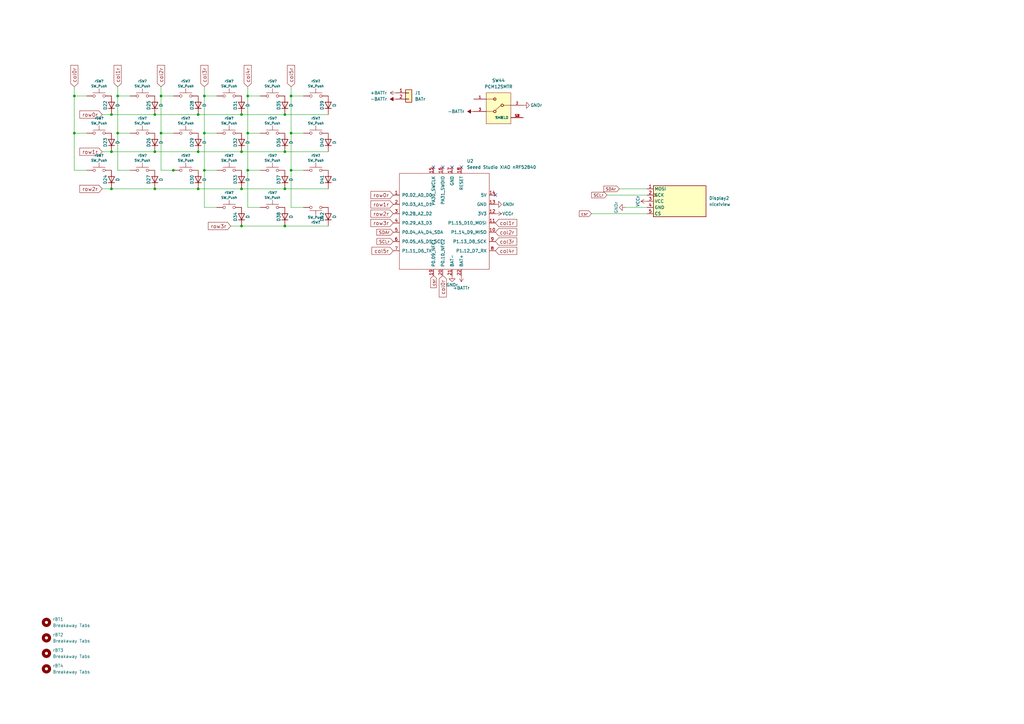
<source format=kicad_sch>
(kicad_sch
	(version 20231120)
	(generator "eeschema")
	(generator_version "8.0")
	(uuid "04ecfb8d-8dc8-41d9-b176-68a9b73f1e5e")
	(paper "A3")
	(title_block
		(title "Corne Right")
		(date "2023-10-07")
		(rev "4.0.0")
		(company "foostan")
	)
	(lib_symbols
		(symbol "Connector_Generic:Conn_01x02"
			(pin_names
				(offset 1.016) hide)
			(exclude_from_sim no)
			(in_bom yes)
			(on_board yes)
			(property "Reference" "J"
				(at 0 2.54 0)
				(effects
					(font
						(size 1.27 1.27)
					)
				)
			)
			(property "Value" "Conn_01x02"
				(at 0 -5.08 0)
				(effects
					(font
						(size 1.27 1.27)
					)
				)
			)
			(property "Footprint" ""
				(at 0 0 0)
				(effects
					(font
						(size 1.27 1.27)
					)
					(hide yes)
				)
			)
			(property "Datasheet" "~"
				(at 0 0 0)
				(effects
					(font
						(size 1.27 1.27)
					)
					(hide yes)
				)
			)
			(property "Description" "Generic connector, single row, 01x02, script generated (kicad-library-utils/schlib/autogen/connector/)"
				(at 0 0 0)
				(effects
					(font
						(size 1.27 1.27)
					)
					(hide yes)
				)
			)
			(property "ki_keywords" "connector"
				(at 0 0 0)
				(effects
					(font
						(size 1.27 1.27)
					)
					(hide yes)
				)
			)
			(property "ki_fp_filters" "Connector*:*_1x??_*"
				(at 0 0 0)
				(effects
					(font
						(size 1.27 1.27)
					)
					(hide yes)
				)
			)
			(symbol "Conn_01x02_1_1"
				(rectangle
					(start -1.27 -2.413)
					(end 0 -2.667)
					(stroke
						(width 0.1524)
						(type default)
					)
					(fill
						(type none)
					)
				)
				(rectangle
					(start -1.27 0.127)
					(end 0 -0.127)
					(stroke
						(width 0.1524)
						(type default)
					)
					(fill
						(type none)
					)
				)
				(rectangle
					(start -1.27 1.27)
					(end 1.27 -3.81)
					(stroke
						(width 0.254)
						(type default)
					)
					(fill
						(type background)
					)
				)
				(pin passive line
					(at -5.08 0 0)
					(length 3.81)
					(name "Pin_1"
						(effects
							(font
								(size 1.27 1.27)
							)
						)
					)
					(number "1"
						(effects
							(font
								(size 1.27 1.27)
							)
						)
					)
				)
				(pin passive line
					(at -5.08 -2.54 0)
					(length 3.81)
					(name "Pin_2"
						(effects
							(font
								(size 1.27 1.27)
							)
						)
					)
					(number "2"
						(effects
							(font
								(size 1.27 1.27)
							)
						)
					)
				)
			)
		)
		(symbol "Device:D"
			(pin_numbers hide)
			(pin_names
				(offset 1.016) hide)
			(exclude_from_sim no)
			(in_bom yes)
			(on_board yes)
			(property "Reference" "D"
				(at 0 2.54 0)
				(effects
					(font
						(size 1.27 1.27)
					)
				)
			)
			(property "Value" "D"
				(at 0 -2.54 0)
				(effects
					(font
						(size 1.27 1.27)
					)
				)
			)
			(property "Footprint" ""
				(at 0 0 0)
				(effects
					(font
						(size 1.27 1.27)
					)
					(hide yes)
				)
			)
			(property "Datasheet" "~"
				(at 0 0 0)
				(effects
					(font
						(size 1.27 1.27)
					)
					(hide yes)
				)
			)
			(property "Description" "Diode"
				(at 0 0 0)
				(effects
					(font
						(size 1.27 1.27)
					)
					(hide yes)
				)
			)
			(property "ki_keywords" "diode"
				(at 0 0 0)
				(effects
					(font
						(size 1.27 1.27)
					)
					(hide yes)
				)
			)
			(property "ki_fp_filters" "TO-???* *_Diode_* *SingleDiode* D_*"
				(at 0 0 0)
				(effects
					(font
						(size 1.27 1.27)
					)
					(hide yes)
				)
			)
			(symbol "D_0_1"
				(polyline
					(pts
						(xy -1.27 1.27) (xy -1.27 -1.27)
					)
					(stroke
						(width 0.254)
						(type default)
					)
					(fill
						(type none)
					)
				)
				(polyline
					(pts
						(xy 1.27 0) (xy -1.27 0)
					)
					(stroke
						(width 0)
						(type default)
					)
					(fill
						(type none)
					)
				)
				(polyline
					(pts
						(xy 1.27 1.27) (xy 1.27 -1.27) (xy -1.27 0) (xy 1.27 1.27)
					)
					(stroke
						(width 0.254)
						(type default)
					)
					(fill
						(type none)
					)
				)
			)
			(symbol "D_1_1"
				(pin passive line
					(at -3.81 0 0)
					(length 2.54)
					(name "K"
						(effects
							(font
								(size 1.27 1.27)
							)
						)
					)
					(number "1"
						(effects
							(font
								(size 1.27 1.27)
							)
						)
					)
				)
				(pin passive line
					(at 3.81 0 180)
					(length 2.54)
					(name "A"
						(effects
							(font
								(size 1.27 1.27)
							)
						)
					)
					(number "2"
						(effects
							(font
								(size 1.27 1.27)
							)
						)
					)
				)
			)
		)
		(symbol "Mechanical:MountingHole"
			(pin_names
				(offset 1.016)
			)
			(exclude_from_sim no)
			(in_bom yes)
			(on_board yes)
			(property "Reference" "H"
				(at 0 5.08 0)
				(effects
					(font
						(size 1.27 1.27)
					)
				)
			)
			(property "Value" "MountingHole"
				(at 0 3.175 0)
				(effects
					(font
						(size 1.27 1.27)
					)
				)
			)
			(property "Footprint" ""
				(at 0 0 0)
				(effects
					(font
						(size 1.27 1.27)
					)
					(hide yes)
				)
			)
			(property "Datasheet" "~"
				(at 0 0 0)
				(effects
					(font
						(size 1.27 1.27)
					)
					(hide yes)
				)
			)
			(property "Description" "Mounting Hole without connection"
				(at 0 0 0)
				(effects
					(font
						(size 1.27 1.27)
					)
					(hide yes)
				)
			)
			(property "ki_keywords" "mounting hole"
				(at 0 0 0)
				(effects
					(font
						(size 1.27 1.27)
					)
					(hide yes)
				)
			)
			(property "ki_fp_filters" "MountingHole*"
				(at 0 0 0)
				(effects
					(font
						(size 1.27 1.27)
					)
					(hide yes)
				)
			)
			(symbol "MountingHole_0_1"
				(circle
					(center 0 0)
					(radius 1.27)
					(stroke
						(width 1.27)
						(type default)
					)
					(fill
						(type none)
					)
				)
			)
		)
		(symbol "PCM_PCM12SMTR:PCM12SMTR"
			(pin_names
				(offset 1.016)
			)
			(exclude_from_sim no)
			(in_bom yes)
			(on_board yes)
			(property "Reference" "SW"
				(at -5.0844 5.3386 0)
				(effects
					(font
						(size 1.27 1.27)
					)
					(justify left bottom)
				)
			)
			(property "Value" "PCM12SMTR"
				(at -5.1814 -9.6619 0)
				(effects
					(font
						(size 1.27 1.27)
					)
					(justify left bottom)
				)
			)
			(property "Footprint" "SW_PCM12SMTR"
				(at 0 0 0)
				(effects
					(font
						(size 1.27 1.27)
					)
					(justify bottom)
					(hide yes)
				)
			)
			(property "Datasheet" ""
				(at 0 0 0)
				(effects
					(font
						(size 1.27 1.27)
					)
					(hide yes)
				)
			)
			(property "Description" ""
				(at 0 0 0)
				(effects
					(font
						(size 1.27 1.27)
					)
					(hide yes)
				)
			)
			(property "STANDARD" "Manufacturer Recommendation"
				(at 0 0 0)
				(effects
					(font
						(size 1.27 1.27)
					)
					(justify bottom)
					(hide yes)
				)
			)
			(property "MANUFACTURER" "C&K"
				(at 0 0 0)
				(effects
					(font
						(size 1.27 1.27)
					)
					(justify bottom)
					(hide yes)
				)
			)
			(symbol "PCM12SMTR_0_0"
				(rectangle
					(start -5.08 -7.62)
					(end 5.08 5.08)
					(stroke
						(width 0.1524)
						(type default)
					)
					(fill
						(type background)
					)
				)
				(circle
					(center -1.524 -2.54)
					(radius 0.508)
					(stroke
						(width 0.254)
						(type default)
					)
					(fill
						(type none)
					)
				)
				(circle
					(center -1.524 2.54)
					(radius 0.508)
					(stroke
						(width 0.254)
						(type default)
					)
					(fill
						(type none)
					)
				)
				(polyline
					(pts
						(xy -5.08 -2.54) (xy -2.032 -2.54)
					)
					(stroke
						(width 0.1524)
						(type default)
					)
					(fill
						(type none)
					)
				)
				(polyline
					(pts
						(xy -5.08 2.54) (xy -1.524 2.54)
					)
					(stroke
						(width 0.1524)
						(type default)
					)
					(fill
						(type none)
					)
				)
				(polyline
					(pts
						(xy 1.016 0) (xy -1.27 -2.032)
					)
					(stroke
						(width 0.1524)
						(type default)
					)
					(fill
						(type none)
					)
				)
				(polyline
					(pts
						(xy 2.032 0) (xy 5.08 0)
					)
					(stroke
						(width 0.1524)
						(type default)
					)
					(fill
						(type none)
					)
				)
				(circle
					(center 1.524 0)
					(radius 0.508)
					(stroke
						(width 0.254)
						(type default)
					)
					(fill
						(type none)
					)
				)
				(pin passive line
					(at -10.16 2.54 0)
					(length 5.08)
					(name "~"
						(effects
							(font
								(size 1.016 1.016)
							)
						)
					)
					(number "1"
						(effects
							(font
								(size 1.016 1.016)
							)
						)
					)
				)
				(pin passive line
					(at 10.16 0 180)
					(length 5.08)
					(name "~"
						(effects
							(font
								(size 1.016 1.016)
							)
						)
					)
					(number "2"
						(effects
							(font
								(size 1.016 1.016)
							)
						)
					)
				)
				(pin passive line
					(at -10.16 -2.54 0)
					(length 5.08)
					(name "~"
						(effects
							(font
								(size 1.016 1.016)
							)
						)
					)
					(number "3"
						(effects
							(font
								(size 1.016 1.016)
							)
						)
					)
				)
				(pin passive line
					(at 10.16 -5.08 180)
					(length 5.08)
					(name "SHIELD"
						(effects
							(font
								(size 1.016 1.016)
							)
						)
					)
					(number "S1"
						(effects
							(font
								(size 1.016 1.016)
							)
						)
					)
				)
				(pin passive line
					(at 10.16 -5.08 180)
					(length 5.08)
					(name "SHIELD"
						(effects
							(font
								(size 1.016 1.016)
							)
						)
					)
					(number "S2"
						(effects
							(font
								(size 1.016 1.016)
							)
						)
					)
				)
				(pin passive line
					(at 10.16 -5.08 180)
					(length 5.08)
					(name "SHIELD"
						(effects
							(font
								(size 1.016 1.016)
							)
						)
					)
					(number "S3"
						(effects
							(font
								(size 1.016 1.016)
							)
						)
					)
				)
				(pin passive line
					(at 10.16 -5.08 180)
					(length 5.08)
					(name "SHIELD"
						(effects
							(font
								(size 1.016 1.016)
							)
						)
					)
					(number "S4"
						(effects
							(font
								(size 1.016 1.016)
							)
						)
					)
				)
			)
		)
		(symbol "PCM_nice_view:nice!view"
			(exclude_from_sim no)
			(in_bom yes)
			(on_board yes)
			(property "Reference" "Display"
				(at 0 12.7 0)
				(effects
					(font
						(size 1.27 1.27)
					)
					(justify bottom)
				)
			)
			(property "Value" "nice!view"
				(at 0 0 0)
				(effects
					(font
						(size 1.27 1.27)
					)
				)
			)
			(property "Footprint" "nice_view:nice_view"
				(at 0 16.51 0)
				(effects
					(font
						(size 1.27 1.27)
					)
					(hide yes)
				)
			)
			(property "Datasheet" "https://nicekeyboards.com/docs/nice-view/pinout-schematic"
				(at 2.54 -25.4 0)
				(effects
					(font
						(size 1.27 1.27)
					)
					(hide yes)
				)
			)
			(property "Description" "Sharp LS011B7DH03 Memory in Pixel 160x68"
				(at 0 0 0)
				(effects
					(font
						(size 1.27 1.27)
					)
					(hide yes)
				)
			)
			(property "ki_keywords" "display MIP 36x14"
				(at 0 0 0)
				(effects
					(font
						(size 1.27 1.27)
					)
					(hide yes)
				)
			)
			(property "ki_fp_filters" "nice*"
				(at 0 0 0)
				(effects
					(font
						(size 1.27 1.27)
					)
					(hide yes)
				)
			)
			(symbol "nice!view_0_1"
				(rectangle
					(start -6.35 11.43)
					(end 6.35 -10.16)
					(stroke
						(width 0.254)
						(type default)
					)
					(fill
						(type background)
					)
				)
			)
			(symbol "nice!view_1_1"
				(pin input line
					(at -5.08 -12.7 90)
					(length 2.54)
					(name "MOSI"
						(effects
							(font
								(size 1.27 1.27)
							)
						)
					)
					(number "1"
						(effects
							(font
								(size 1.27 1.27)
							)
						)
					)
				)
				(pin input clock
					(at -2.54 -12.7 90)
					(length 2.54)
					(name "SCK"
						(effects
							(font
								(size 1.27 1.27)
							)
						)
					)
					(number "2"
						(effects
							(font
								(size 1.27 1.27)
							)
						)
					)
				)
				(pin power_in line
					(at 0 -12.7 90)
					(length 2.54)
					(name "VCC"
						(effects
							(font
								(size 1.27 1.27)
							)
						)
					)
					(number "3"
						(effects
							(font
								(size 1.27 1.27)
							)
						)
					)
				)
				(pin power_out line
					(at 2.54 -12.7 90)
					(length 2.54)
					(name "GND"
						(effects
							(font
								(size 1.27 1.27)
							)
						)
					)
					(number "4"
						(effects
							(font
								(size 1.27 1.27)
							)
						)
					)
				)
				(pin passive line
					(at 5.08 -12.7 90)
					(length 2.54)
					(name "CS"
						(effects
							(font
								(size 1.27 1.27)
							)
						)
					)
					(number "5"
						(effects
							(font
								(size 1.27 1.27)
							)
						)
					)
				)
			)
		)
		(symbol "SW_Push_1"
			(pin_numbers hide)
			(pin_names
				(offset 1.016) hide)
			(exclude_from_sim no)
			(in_bom yes)
			(on_board yes)
			(property "Reference" "SW"
				(at 1.27 2.54 0)
				(effects
					(font
						(size 1.27 1.27)
					)
					(justify left)
				)
			)
			(property "Value" "SW_Push"
				(at 0 -1.524 0)
				(effects
					(font
						(size 1.27 1.27)
					)
				)
			)
			(property "Footprint" ""
				(at 0 5.08 0)
				(effects
					(font
						(size 1.27 1.27)
					)
					(hide yes)
				)
			)
			(property "Datasheet" "~"
				(at 0 5.08 0)
				(effects
					(font
						(size 1.27 1.27)
					)
					(hide yes)
				)
			)
			(property "Description" "Push button switch, generic, two pins"
				(at 0 0 0)
				(effects
					(font
						(size 1.27 1.27)
					)
					(hide yes)
				)
			)
			(property "ki_keywords" "switch normally-open pushbutton push-button"
				(at 0 0 0)
				(effects
					(font
						(size 1.27 1.27)
					)
					(hide yes)
				)
			)
			(symbol "SW_Push_1_0_1"
				(circle
					(center -2.032 0)
					(radius 0.508)
					(stroke
						(width 0)
						(type default)
					)
					(fill
						(type none)
					)
				)
				(polyline
					(pts
						(xy 0 1.27) (xy 0 3.048)
					)
					(stroke
						(width 0)
						(type default)
					)
					(fill
						(type none)
					)
				)
				(polyline
					(pts
						(xy 2.54 1.27) (xy -2.54 1.27)
					)
					(stroke
						(width 0)
						(type default)
					)
					(fill
						(type none)
					)
				)
				(circle
					(center 2.032 0)
					(radius 0.508)
					(stroke
						(width 0)
						(type default)
					)
					(fill
						(type none)
					)
				)
				(pin passive line
					(at -5.08 0 0)
					(length 2.54)
					(name "1"
						(effects
							(font
								(size 1.27 1.27)
							)
						)
					)
					(number "1"
						(effects
							(font
								(size 1.27 1.27)
							)
						)
					)
				)
				(pin passive line
					(at 5.08 0 180)
					(length 2.54)
					(name "2"
						(effects
							(font
								(size 1.27 1.27)
							)
						)
					)
					(number "2"
						(effects
							(font
								(size 1.27 1.27)
							)
						)
					)
				)
			)
		)
		(symbol "Switch:SW_Push"
			(pin_numbers hide)
			(pin_names
				(offset 1.016) hide)
			(exclude_from_sim no)
			(in_bom yes)
			(on_board yes)
			(property "Reference" "SW"
				(at 1.27 2.54 0)
				(effects
					(font
						(size 1.27 1.27)
					)
					(justify left)
				)
			)
			(property "Value" "SW_Push"
				(at 0 -1.524 0)
				(effects
					(font
						(size 1.27 1.27)
					)
				)
			)
			(property "Footprint" ""
				(at 0 5.08 0)
				(effects
					(font
						(size 1.27 1.27)
					)
					(hide yes)
				)
			)
			(property "Datasheet" "~"
				(at 0 5.08 0)
				(effects
					(font
						(size 1.27 1.27)
					)
					(hide yes)
				)
			)
			(property "Description" "Push button switch, generic, two pins"
				(at 0 0 0)
				(effects
					(font
						(size 1.27 1.27)
					)
					(hide yes)
				)
			)
			(property "ki_keywords" "switch normally-open pushbutton push-button"
				(at 0 0 0)
				(effects
					(font
						(size 1.27 1.27)
					)
					(hide yes)
				)
			)
			(symbol "SW_Push_0_1"
				(circle
					(center -2.032 0)
					(radius 0.508)
					(stroke
						(width 0)
						(type default)
					)
					(fill
						(type none)
					)
				)
				(polyline
					(pts
						(xy 0 1.27) (xy 0 3.048)
					)
					(stroke
						(width 0)
						(type default)
					)
					(fill
						(type none)
					)
				)
				(polyline
					(pts
						(xy 2.54 1.27) (xy -2.54 1.27)
					)
					(stroke
						(width 0)
						(type default)
					)
					(fill
						(type none)
					)
				)
				(circle
					(center 2.032 0)
					(radius 0.508)
					(stroke
						(width 0)
						(type default)
					)
					(fill
						(type none)
					)
				)
				(pin passive line
					(at -5.08 0 0)
					(length 2.54)
					(name "1"
						(effects
							(font
								(size 1.27 1.27)
							)
						)
					)
					(number "1"
						(effects
							(font
								(size 1.27 1.27)
							)
						)
					)
				)
				(pin passive line
					(at 5.08 0 180)
					(length 2.54)
					(name "2"
						(effects
							(font
								(size 1.27 1.27)
							)
						)
					)
					(number "2"
						(effects
							(font
								(size 1.27 1.27)
							)
						)
					)
				)
			)
		)
		(symbol "Xiao:Seeed Studio XIAO nRF52840"
			(pin_names
				(offset 1.016)
			)
			(exclude_from_sim no)
			(in_bom yes)
			(on_board yes)
			(property "Reference" "U"
				(at -19.05 24.13 0)
				(effects
					(font
						(size 1.27 1.27)
					)
				)
			)
			(property "Value" "Seeed Studio XIAO nRF52840"
				(at -5.08 21.59 0)
				(effects
					(font
						(size 1.27 1.27)
					)
				)
			)
			(property "Footprint" "Seeed Studio XIAO Series Library:XIAO-nRF52840-Sense-14P-2.54-21X17.8MM"
				(at -8.89 5.08 0)
				(effects
					(font
						(size 1.27 1.27)
					)
					(hide yes)
				)
			)
			(property "Datasheet" ""
				(at -8.89 5.08 0)
				(effects
					(font
						(size 1.27 1.27)
					)
					(hide yes)
				)
			)
			(property "Description" ""
				(at 0 0 0)
				(effects
					(font
						(size 1.27 1.27)
					)
					(hide yes)
				)
			)
			(symbol "Seeed Studio XIAO nRF52840_0_1"
				(rectangle
					(start -19.05 20.32)
					(end 17.78 -19.05)
					(stroke
						(width 0)
						(type default)
					)
					(fill
						(type none)
					)
				)
			)
			(symbol "Seeed Studio XIAO nRF52840_1_1"
				(pin bidirectional line
					(at -21.59 11.43 0)
					(length 2.54)
					(name "P0.02_A0_D0"
						(effects
							(font
								(size 1.27 1.27)
							)
						)
					)
					(number "1"
						(effects
							(font
								(size 1.27 1.27)
							)
						)
					)
				)
				(pin bidirectional line
					(at 20.32 -3.81 180)
					(length 2.54)
					(name "P1.14_D9_MISO"
						(effects
							(font
								(size 1.27 1.27)
							)
						)
					)
					(number "10"
						(effects
							(font
								(size 1.27 1.27)
							)
						)
					)
				)
				(pin bidirectional line
					(at 20.32 0 180)
					(length 2.54)
					(name "P1.15_D10_MOSI"
						(effects
							(font
								(size 1.27 1.27)
							)
						)
					)
					(number "11"
						(effects
							(font
								(size 1.27 1.27)
							)
						)
					)
				)
				(pin power_in line
					(at 20.32 3.81 180)
					(length 2.54)
					(name "3V3"
						(effects
							(font
								(size 1.27 1.27)
							)
						)
					)
					(number "12"
						(effects
							(font
								(size 1.27 1.27)
							)
						)
					)
				)
				(pin power_in line
					(at 20.32 7.62 180)
					(length 2.54)
					(name "GND"
						(effects
							(font
								(size 1.27 1.27)
							)
						)
					)
					(number "13"
						(effects
							(font
								(size 1.27 1.27)
							)
						)
					)
				)
				(pin power_in line
					(at 20.32 11.43 180)
					(length 2.54)
					(name "5V"
						(effects
							(font
								(size 1.27 1.27)
							)
						)
					)
					(number "14"
						(effects
							(font
								(size 1.27 1.27)
							)
						)
					)
				)
				(pin input line
					(at -5.08 22.86 270)
					(length 2.54)
					(name "PA30_SWCLK"
						(effects
							(font
								(size 1.27 1.27)
							)
						)
					)
					(number "15"
						(effects
							(font
								(size 1.27 1.27)
							)
						)
					)
				)
				(pin bidirectional line
					(at -1.27 22.86 270)
					(length 2.54)
					(name "PA31_SWDIO"
						(effects
							(font
								(size 1.27 1.27)
							)
						)
					)
					(number "16"
						(effects
							(font
								(size 1.27 1.27)
							)
						)
					)
				)
				(pin power_in line
					(at 2.54 22.86 270)
					(length 2.54)
					(name "GND"
						(effects
							(font
								(size 1.27 1.27)
							)
						)
					)
					(number "17"
						(effects
							(font
								(size 1.27 1.27)
							)
						)
					)
				)
				(pin input line
					(at 6.35 22.86 270)
					(length 2.54)
					(name "RESET"
						(effects
							(font
								(size 1.27 1.27)
							)
						)
					)
					(number "18"
						(effects
							(font
								(size 1.27 1.27)
							)
						)
					)
				)
				(pin bidirectional line
					(at -5.08 -21.59 90)
					(length 2.54)
					(name "P0.09_NFC1"
						(effects
							(font
								(size 1.27 1.27)
							)
						)
					)
					(number "19"
						(effects
							(font
								(size 1.27 1.27)
							)
						)
					)
				)
				(pin bidirectional line
					(at -21.59 7.62 0)
					(length 2.54)
					(name "P0.03_A1_D1"
						(effects
							(font
								(size 1.27 1.27)
							)
						)
					)
					(number "2"
						(effects
							(font
								(size 1.27 1.27)
							)
						)
					)
				)
				(pin bidirectional line
					(at -1.27 -21.59 90)
					(length 2.54)
					(name "P0.10_NFC2"
						(effects
							(font
								(size 1.27 1.27)
							)
						)
					)
					(number "20"
						(effects
							(font
								(size 1.27 1.27)
							)
						)
					)
				)
				(pin power_in line
					(at 2.54 -21.59 90)
					(length 2.54)
					(name "BAT-"
						(effects
							(font
								(size 1.27 1.27)
							)
						)
					)
					(number "21"
						(effects
							(font
								(size 1.27 1.27)
							)
						)
					)
				)
				(pin power_in line
					(at 6.35 -21.59 90)
					(length 2.54)
					(name "BAT+"
						(effects
							(font
								(size 1.27 1.27)
							)
						)
					)
					(number "22"
						(effects
							(font
								(size 1.27 1.27)
							)
						)
					)
				)
				(pin bidirectional line
					(at -21.59 3.81 0)
					(length 2.54)
					(name "P0.28_A2_D2"
						(effects
							(font
								(size 1.27 1.27)
							)
						)
					)
					(number "3"
						(effects
							(font
								(size 1.27 1.27)
							)
						)
					)
				)
				(pin bidirectional line
					(at -21.59 0 0)
					(length 2.54)
					(name "P0.29_A3_D3"
						(effects
							(font
								(size 1.27 1.27)
							)
						)
					)
					(number "4"
						(effects
							(font
								(size 1.27 1.27)
							)
						)
					)
				)
				(pin bidirectional line
					(at -21.59 -3.81 0)
					(length 2.54)
					(name "P0.04_A4_D4_SDA"
						(effects
							(font
								(size 1.27 1.27)
							)
						)
					)
					(number "5"
						(effects
							(font
								(size 1.27 1.27)
							)
						)
					)
				)
				(pin bidirectional line
					(at -21.59 -7.62 0)
					(length 2.54)
					(name "P0.05_A5_D5_SCL"
						(effects
							(font
								(size 1.27 1.27)
							)
						)
					)
					(number "6"
						(effects
							(font
								(size 1.27 1.27)
							)
						)
					)
				)
				(pin bidirectional line
					(at -21.59 -11.43 0)
					(length 2.54)
					(name "P1.11_D6_TX"
						(effects
							(font
								(size 1.27 1.27)
							)
						)
					)
					(number "7"
						(effects
							(font
								(size 1.27 1.27)
							)
						)
					)
				)
				(pin bidirectional line
					(at 20.32 -11.43 180)
					(length 2.54)
					(name "P1.12_D7_RX"
						(effects
							(font
								(size 1.27 1.27)
							)
						)
					)
					(number "8"
						(effects
							(font
								(size 1.27 1.27)
							)
						)
					)
				)
				(pin bidirectional line
					(at 20.32 -7.62 180)
					(length 2.54)
					(name "P1.13_D8_SCK"
						(effects
							(font
								(size 1.27 1.27)
							)
						)
					)
					(number "9"
						(effects
							(font
								(size 1.27 1.27)
							)
						)
					)
				)
			)
		)
		(symbol "power:+BATT"
			(power)
			(pin_numbers hide)
			(pin_names
				(offset 0) hide)
			(exclude_from_sim no)
			(in_bom yes)
			(on_board yes)
			(property "Reference" "#PWR"
				(at 0 -3.81 0)
				(effects
					(font
						(size 1.27 1.27)
					)
					(hide yes)
				)
			)
			(property "Value" "+BATT"
				(at 0 3.556 0)
				(effects
					(font
						(size 1.27 1.27)
					)
				)
			)
			(property "Footprint" ""
				(at 0 0 0)
				(effects
					(font
						(size 1.27 1.27)
					)
					(hide yes)
				)
			)
			(property "Datasheet" ""
				(at 0 0 0)
				(effects
					(font
						(size 1.27 1.27)
					)
					(hide yes)
				)
			)
			(property "Description" "Power symbol creates a global label with name \"+BATT\""
				(at 0 0 0)
				(effects
					(font
						(size 1.27 1.27)
					)
					(hide yes)
				)
			)
			(property "ki_keywords" "global power battery"
				(at 0 0 0)
				(effects
					(font
						(size 1.27 1.27)
					)
					(hide yes)
				)
			)
			(symbol "+BATT_0_1"
				(polyline
					(pts
						(xy -0.762 1.27) (xy 0 2.54)
					)
					(stroke
						(width 0)
						(type default)
					)
					(fill
						(type none)
					)
				)
				(polyline
					(pts
						(xy 0 0) (xy 0 2.54)
					)
					(stroke
						(width 0)
						(type default)
					)
					(fill
						(type none)
					)
				)
				(polyline
					(pts
						(xy 0 2.54) (xy 0.762 1.27)
					)
					(stroke
						(width 0)
						(type default)
					)
					(fill
						(type none)
					)
				)
			)
			(symbol "+BATT_1_1"
				(pin power_in line
					(at 0 0 90)
					(length 0)
					(name "~"
						(effects
							(font
								(size 1.27 1.27)
							)
						)
					)
					(number "1"
						(effects
							(font
								(size 1.27 1.27)
							)
						)
					)
				)
			)
		)
		(symbol "power:-BATT"
			(power)
			(pin_numbers hide)
			(pin_names
				(offset 0) hide)
			(exclude_from_sim no)
			(in_bom yes)
			(on_board yes)
			(property "Reference" "#PWR"
				(at 0 -3.81 0)
				(effects
					(font
						(size 1.27 1.27)
					)
					(hide yes)
				)
			)
			(property "Value" "-BATT"
				(at 0 3.556 0)
				(effects
					(font
						(size 1.27 1.27)
					)
				)
			)
			(property "Footprint" ""
				(at 0 0 0)
				(effects
					(font
						(size 1.27 1.27)
					)
					(hide yes)
				)
			)
			(property "Datasheet" ""
				(at 0 0 0)
				(effects
					(font
						(size 1.27 1.27)
					)
					(hide yes)
				)
			)
			(property "Description" "Power symbol creates a global label with name \"-BATT\""
				(at 0 0 0)
				(effects
					(font
						(size 1.27 1.27)
					)
					(hide yes)
				)
			)
			(property "ki_keywords" "global power battery"
				(at 0 0 0)
				(effects
					(font
						(size 1.27 1.27)
					)
					(hide yes)
				)
			)
			(symbol "-BATT_0_1"
				(polyline
					(pts
						(xy 0 0) (xy 0 2.54)
					)
					(stroke
						(width 0)
						(type default)
					)
					(fill
						(type none)
					)
				)
				(polyline
					(pts
						(xy 0.762 1.27) (xy -0.762 1.27) (xy 0 2.54) (xy 0.762 1.27)
					)
					(stroke
						(width 0)
						(type default)
					)
					(fill
						(type outline)
					)
				)
			)
			(symbol "-BATT_1_1"
				(pin power_in line
					(at 0 0 90)
					(length 0)
					(name "~"
						(effects
							(font
								(size 1.27 1.27)
							)
						)
					)
					(number "1"
						(effects
							(font
								(size 1.27 1.27)
							)
						)
					)
				)
			)
		)
		(symbol "power:GND"
			(power)
			(pin_names
				(offset 0)
			)
			(exclude_from_sim no)
			(in_bom yes)
			(on_board yes)
			(property "Reference" "#PWR"
				(at 0 -6.35 0)
				(effects
					(font
						(size 1.27 1.27)
					)
					(hide yes)
				)
			)
			(property "Value" "GND"
				(at 0 -3.81 0)
				(effects
					(font
						(size 1.27 1.27)
					)
				)
			)
			(property "Footprint" ""
				(at 0 0 0)
				(effects
					(font
						(size 1.27 1.27)
					)
					(hide yes)
				)
			)
			(property "Datasheet" ""
				(at 0 0 0)
				(effects
					(font
						(size 1.27 1.27)
					)
					(hide yes)
				)
			)
			(property "Description" "Power symbol creates a global label with name \"GND\" , ground"
				(at 0 0 0)
				(effects
					(font
						(size 1.27 1.27)
					)
					(hide yes)
				)
			)
			(property "ki_keywords" "global power"
				(at 0 0 0)
				(effects
					(font
						(size 1.27 1.27)
					)
					(hide yes)
				)
			)
			(symbol "GND_0_1"
				(polyline
					(pts
						(xy 0 0) (xy 0 -1.27) (xy 1.27 -1.27) (xy 0 -2.54) (xy -1.27 -1.27) (xy 0 -1.27)
					)
					(stroke
						(width 0)
						(type default)
					)
					(fill
						(type none)
					)
				)
			)
			(symbol "GND_1_1"
				(pin power_in line
					(at 0 0 270)
					(length 0) hide
					(name "GND"
						(effects
							(font
								(size 1.27 1.27)
							)
						)
					)
					(number "1"
						(effects
							(font
								(size 1.27 1.27)
							)
						)
					)
				)
			)
		)
		(symbol "power:VCC"
			(power)
			(pin_names
				(offset 0)
			)
			(exclude_from_sim no)
			(in_bom yes)
			(on_board yes)
			(property "Reference" "#PWR"
				(at 0 -3.81 0)
				(effects
					(font
						(size 1.27 1.27)
					)
					(hide yes)
				)
			)
			(property "Value" "VCC"
				(at 0 3.81 0)
				(effects
					(font
						(size 1.27 1.27)
					)
				)
			)
			(property "Footprint" ""
				(at 0 0 0)
				(effects
					(font
						(size 1.27 1.27)
					)
					(hide yes)
				)
			)
			(property "Datasheet" ""
				(at 0 0 0)
				(effects
					(font
						(size 1.27 1.27)
					)
					(hide yes)
				)
			)
			(property "Description" "Power symbol creates a global label with name \"VCC\""
				(at 0 0 0)
				(effects
					(font
						(size 1.27 1.27)
					)
					(hide yes)
				)
			)
			(property "ki_keywords" "global power"
				(at 0 0 0)
				(effects
					(font
						(size 1.27 1.27)
					)
					(hide yes)
				)
			)
			(symbol "VCC_0_1"
				(polyline
					(pts
						(xy -0.762 1.27) (xy 0 2.54)
					)
					(stroke
						(width 0)
						(type default)
					)
					(fill
						(type none)
					)
				)
				(polyline
					(pts
						(xy 0 0) (xy 0 2.54)
					)
					(stroke
						(width 0)
						(type default)
					)
					(fill
						(type none)
					)
				)
				(polyline
					(pts
						(xy 0 2.54) (xy 0.762 1.27)
					)
					(stroke
						(width 0)
						(type default)
					)
					(fill
						(type none)
					)
				)
			)
			(symbol "VCC_1_1"
				(pin power_in line
					(at 0 0 90)
					(length 0) hide
					(name "VCC"
						(effects
							(font
								(size 1.27 1.27)
							)
						)
					)
					(number "1"
						(effects
							(font
								(size 1.27 1.27)
							)
						)
					)
				)
			)
		)
	)
	(junction
		(at 48.26 54.61)
		(diameter 0)
		(color 0 0 0 0)
		(uuid "035b4b32-7683-4339-a378-c3ed40585499")
	)
	(junction
		(at 63.5 46.99)
		(diameter 0)
		(color 0 0 0 0)
		(uuid "07934ea3-a08e-4420-88cb-9f8199242de9")
	)
	(junction
		(at 116.84 62.23)
		(diameter 0)
		(color 0 0 0 0)
		(uuid "08810597-abc3-4288-b687-55da4e11b8f6")
	)
	(junction
		(at 83.82 39.37)
		(diameter 0)
		(color 0 0 0 0)
		(uuid "0ce7fde8-d80c-4420-8156-e549c546071b")
	)
	(junction
		(at 45.72 62.23)
		(diameter 0)
		(color 0 0 0 0)
		(uuid "12b209c3-4e29-4f69-9434-2e7808075dcd")
	)
	(junction
		(at 71.12 69.85)
		(diameter 0)
		(color 0 0 0 0)
		(uuid "1bb53331-f2a1-4a5b-bd30-277ff913b011")
	)
	(junction
		(at 30.48 54.61)
		(diameter 0)
		(color 0 0 0 0)
		(uuid "3b8756f6-fc8f-4ebb-aec4-e28c9faa5ea0")
	)
	(junction
		(at 99.06 62.23)
		(diameter 0)
		(color 0 0 0 0)
		(uuid "41577850-b368-4546-9e31-a0993f1b2d29")
	)
	(junction
		(at 81.28 77.47)
		(diameter 0)
		(color 0 0 0 0)
		(uuid "4167362d-2850-4d28-bc02-f7199e1a1814")
	)
	(junction
		(at 45.72 77.47)
		(diameter 0)
		(color 0 0 0 0)
		(uuid "465a2673-28a4-429f-a7a3-e1ab75ffac84")
	)
	(junction
		(at 101.6 39.37)
		(diameter 0)
		(color 0 0 0 0)
		(uuid "46f241c3-528d-4fbc-b9fb-79682f706f4b")
	)
	(junction
		(at 116.84 92.71)
		(diameter 0)
		(color 0 0 0 0)
		(uuid "4d1ef6e6-7d5f-4f3b-9362-496e47fa85ab")
	)
	(junction
		(at 81.28 62.23)
		(diameter 0)
		(color 0 0 0 0)
		(uuid "5597050a-bbba-4cf4-acb4-c1d567bfcfda")
	)
	(junction
		(at 66.04 39.37)
		(diameter 0)
		(color 0 0 0 0)
		(uuid "5cceaccd-83a3-4906-82f1-4f7203e2d765")
	)
	(junction
		(at 83.82 54.61)
		(diameter 0)
		(color 0 0 0 0)
		(uuid "5fbddc8d-8b64-4409-9cb8-4d95d048c437")
	)
	(junction
		(at 119.38 39.37)
		(diameter 0)
		(color 0 0 0 0)
		(uuid "69d022af-85f7-4eb2-90a0-7483ea37387f")
	)
	(junction
		(at 66.04 54.61)
		(diameter 0)
		(color 0 0 0 0)
		(uuid "6f766700-4282-42b0-aa4d-5186d5a6de10")
	)
	(junction
		(at 99.06 77.47)
		(diameter 0)
		(color 0 0 0 0)
		(uuid "7d233d79-055b-4ed9-90bf-f628bdd2bcfb")
	)
	(junction
		(at 30.48 39.37)
		(diameter 0)
		(color 0 0 0 0)
		(uuid "8992e6a7-f28f-44da-bd70-3e0b0ac57212")
	)
	(junction
		(at 116.84 77.47)
		(diameter 0)
		(color 0 0 0 0)
		(uuid "8be088de-74d7-4721-82ef-f8299c479846")
	)
	(junction
		(at 119.38 69.85)
		(diameter 0)
		(color 0 0 0 0)
		(uuid "9bbbb143-398e-4638-af1a-365377dfabbd")
	)
	(junction
		(at 81.28 46.99)
		(diameter 0)
		(color 0 0 0 0)
		(uuid "a2c1d377-e2ed-418c-a223-bfad8d2cd540")
	)
	(junction
		(at 101.6 54.61)
		(diameter 0)
		(color 0 0 0 0)
		(uuid "ad078bff-5331-4210-ae22-11b6b6fd74d4")
	)
	(junction
		(at 99.06 92.71)
		(diameter 0)
		(color 0 0 0 0)
		(uuid "b1497351-10bc-4189-8833-fd6edaec1892")
	)
	(junction
		(at 119.38 54.61)
		(diameter 0)
		(color 0 0 0 0)
		(uuid "b7ae5d5a-4699-4cf9-aa3f-c57f87a1140f")
	)
	(junction
		(at 48.26 39.37)
		(diameter 0)
		(color 0 0 0 0)
		(uuid "c3c6a57b-3645-4ac7-ae88-d960ea1cd4d6")
	)
	(junction
		(at 63.5 77.47)
		(diameter 0)
		(color 0 0 0 0)
		(uuid "cd1e6e59-8b93-4e1f-92db-53d233815267")
	)
	(junction
		(at 45.72 46.99)
		(diameter 0)
		(color 0 0 0 0)
		(uuid "d584b95b-5bd3-49ef-b3b0-bda56e3fa17a")
	)
	(junction
		(at 101.6 69.85)
		(diameter 0)
		(color 0 0 0 0)
		(uuid "d829e1da-0442-4b6e-b24c-43c98f8b3143")
	)
	(junction
		(at 83.82 69.85)
		(diameter 0)
		(color 0 0 0 0)
		(uuid "d956d5b9-e7cd-4416-b3ae-42619c7567e1")
	)
	(junction
		(at 63.5 62.23)
		(diameter 0)
		(color 0 0 0 0)
		(uuid "e2b6d590-16cd-4c53-a12d-8b9ec330569f")
	)
	(junction
		(at 116.84 46.99)
		(diameter 0)
		(color 0 0 0 0)
		(uuid "edcb0110-4785-49d8-81aa-fb3ede837259")
	)
	(junction
		(at 99.06 46.99)
		(diameter 0)
		(color 0 0 0 0)
		(uuid "f11a4ffa-9707-44b2-b006-3a482c2fc3da")
	)
	(no_connect
		(at 185.42 68.58)
		(uuid "0db0bbd3-70e9-4d33-9036-32a575f5f054")
	)
	(no_connect
		(at 203.2 80.01)
		(uuid "20f70b9c-5300-412c-b4fa-8bec52a05117")
	)
	(no_connect
		(at 177.8 68.58)
		(uuid "43511586-e4ef-4dde-9281-92de4c342531")
	)
	(no_connect
		(at 189.23 68.58)
		(uuid "65ded552-c1bd-4f27-a96b-fd7b29111828")
	)
	(no_connect
		(at 181.61 68.58)
		(uuid "c36e21c5-f9e7-4daf-90d4-574f97b12c26")
	)
	(wire
		(pts
			(xy 30.48 54.61) (xy 30.48 69.85)
		)
		(stroke
			(width 0)
			(type default)
		)
		(uuid "02151a4b-bc96-480b-8f99-be8d594344d2")
	)
	(wire
		(pts
			(xy 45.72 77.47) (xy 63.5 77.47)
		)
		(stroke
			(width 0)
			(type default)
		)
		(uuid "03d024df-0950-4a6e-a260-e6823c184201")
	)
	(wire
		(pts
			(xy 66.04 39.37) (xy 66.04 54.61)
		)
		(stroke
			(width 0)
			(type default)
		)
		(uuid "04df4af0-faf4-42ff-90aa-e9f2043b01e4")
	)
	(wire
		(pts
			(xy 66.04 54.61) (xy 66.04 69.85)
		)
		(stroke
			(width 0)
			(type default)
		)
		(uuid "0cd15234-2397-4fb6-b58b-a69aec1dc90a")
	)
	(wire
		(pts
			(xy 81.28 77.47) (xy 99.06 77.47)
		)
		(stroke
			(width 0)
			(type default)
		)
		(uuid "12f82769-082a-4dd4-833d-9e0ca2b6375b")
	)
	(wire
		(pts
			(xy 101.6 54.61) (xy 106.68 54.61)
		)
		(stroke
			(width 0)
			(type default)
		)
		(uuid "136568eb-f65a-431b-b233-93f2737dc6ab")
	)
	(wire
		(pts
			(xy 119.38 39.37) (xy 124.46 39.37)
		)
		(stroke
			(width 0)
			(type default)
		)
		(uuid "13bfe051-0bde-443c-90e1-f2f849fb512c")
	)
	(wire
		(pts
			(xy 66.04 35.56) (xy 66.04 39.37)
		)
		(stroke
			(width 0)
			(type default)
		)
		(uuid "1c9c5f5e-84b9-4907-ab9a-3ffe0884d3c1")
	)
	(wire
		(pts
			(xy 94.615 92.71) (xy 99.06 92.71)
		)
		(stroke
			(width 0)
			(type default)
		)
		(uuid "1dba23ac-ebde-44b2-b093-3fa896bc644c")
	)
	(wire
		(pts
			(xy 45.72 62.23) (xy 63.5 62.23)
		)
		(stroke
			(width 0)
			(type default)
		)
		(uuid "1f9220eb-be17-4dbf-8c4d-00768eeda4e4")
	)
	(wire
		(pts
			(xy 99.06 77.47) (xy 116.84 77.47)
		)
		(stroke
			(width 0)
			(type default)
		)
		(uuid "2a49bc7d-4c14-46c4-ab48-d37a9c8409d2")
	)
	(wire
		(pts
			(xy 71.12 69.85) (xy 72.39 69.85)
		)
		(stroke
			(width 0)
			(type default)
		)
		(uuid "2ca82163-56e6-42d6-9a95-1e055d59268f")
	)
	(wire
		(pts
			(xy 101.6 39.37) (xy 101.6 54.61)
		)
		(stroke
			(width 0)
			(type default)
		)
		(uuid "2f297410-831d-432a-bb6f-3204d1bc94b0")
	)
	(wire
		(pts
			(xy 83.82 69.85) (xy 88.9 69.85)
		)
		(stroke
			(width 0)
			(type default)
		)
		(uuid "30dbe228-81b9-4924-ac9a-63714801894e")
	)
	(wire
		(pts
			(xy 101.6 35.56) (xy 101.6 39.37)
		)
		(stroke
			(width 0)
			(type default)
		)
		(uuid "34133641-0cd2-4cb7-aeef-2eba97f787a7")
	)
	(wire
		(pts
			(xy 256.54 85.09) (xy 265.43 85.09)
		)
		(stroke
			(width 0)
			(type default)
		)
		(uuid "355243cb-a22f-4525-83b2-4cbd05951b24")
	)
	(wire
		(pts
			(xy 48.26 69.85) (xy 53.34 69.85)
		)
		(stroke
			(width 0)
			(type default)
		)
		(uuid "38ea2ed1-6cfb-43a6-a8d6-f90185b08880")
	)
	(wire
		(pts
			(xy 116.84 46.99) (xy 134.62 46.99)
		)
		(stroke
			(width 0)
			(type default)
		)
		(uuid "43148f0e-a1b1-4bbc-8602-ff0c0117726f")
	)
	(wire
		(pts
			(xy 83.82 35.56) (xy 83.82 39.37)
		)
		(stroke
			(width 0)
			(type default)
		)
		(uuid "43421425-5ed6-4d0d-b48c-de06668eeb6d")
	)
	(wire
		(pts
			(xy 119.38 85.09) (xy 124.46 85.09)
		)
		(stroke
			(width 0)
			(type default)
		)
		(uuid "58ef1290-e254-4011-821f-43150aeffa8d")
	)
	(wire
		(pts
			(xy 83.82 39.37) (xy 88.9 39.37)
		)
		(stroke
			(width 0)
			(type default)
		)
		(uuid "62a34b2b-c191-445f-aa95-4b51beed2bc6")
	)
	(wire
		(pts
			(xy 48.26 39.37) (xy 48.26 54.61)
		)
		(stroke
			(width 0)
			(type default)
		)
		(uuid "63ed319c-e689-4513-b5c3-7b83695fc6f4")
	)
	(wire
		(pts
			(xy 81.28 46.99) (xy 99.06 46.99)
		)
		(stroke
			(width 0)
			(type default)
		)
		(uuid "6b14d92a-ea7f-455c-8c51-98e31f10697d")
	)
	(wire
		(pts
			(xy 66.04 54.61) (xy 71.12 54.61)
		)
		(stroke
			(width 0)
			(type default)
		)
		(uuid "6b24d8f7-da77-4d28-a1fb-2eadc0288bb0")
	)
	(wire
		(pts
			(xy 254 77.47) (xy 265.43 77.47)
		)
		(stroke
			(width 0)
			(type default)
		)
		(uuid "6bb77e25-6eca-4855-9085-a6810e782b81")
	)
	(wire
		(pts
			(xy 101.6 54.61) (xy 101.6 69.85)
		)
		(stroke
			(width 0)
			(type default)
		)
		(uuid "6e4f4e22-2202-4e7d-bcaf-904a9b2f29f9")
	)
	(wire
		(pts
			(xy 30.48 35.56) (xy 30.48 39.37)
		)
		(stroke
			(width 0)
			(type default)
		)
		(uuid "7247d41d-e140-4253-9fff-0c986a3e5f48")
	)
	(wire
		(pts
			(xy 48.26 54.61) (xy 48.26 69.85)
		)
		(stroke
			(width 0)
			(type default)
		)
		(uuid "7299e40f-bc91-4655-8228-2b681a4d0aa4")
	)
	(wire
		(pts
			(xy 99.06 92.71) (xy 116.84 92.71)
		)
		(stroke
			(width 0)
			(type default)
		)
		(uuid "78e7f15f-6e4f-40e0-83b0-067c9362bc95")
	)
	(wire
		(pts
			(xy 30.48 39.37) (xy 35.56 39.37)
		)
		(stroke
			(width 0)
			(type default)
		)
		(uuid "793e854d-b2d6-4775-aa6d-a5ece842d0e6")
	)
	(wire
		(pts
			(xy 63.5 46.99) (xy 81.28 46.99)
		)
		(stroke
			(width 0)
			(type default)
		)
		(uuid "83639378-1745-466a-a347-4f5df04115df")
	)
	(wire
		(pts
			(xy 248.92 80.01) (xy 265.43 80.01)
		)
		(stroke
			(width 0)
			(type default)
		)
		(uuid "85c11b02-482c-41f5-bbaf-16b953b7eb40")
	)
	(wire
		(pts
			(xy 116.84 92.71) (xy 134.62 92.71)
		)
		(stroke
			(width 0)
			(type default)
		)
		(uuid "89ebbc87-c499-48dc-bb8b-b2b9303e22f6")
	)
	(wire
		(pts
			(xy 41.91 77.47) (xy 45.72 77.47)
		)
		(stroke
			(width 0)
			(type default)
		)
		(uuid "8ac8ac87-b0c3-4d9c-ac85-5fc6ea912c43")
	)
	(wire
		(pts
			(xy 30.48 69.85) (xy 35.56 69.85)
		)
		(stroke
			(width 0)
			(type default)
		)
		(uuid "8ca50d5f-be13-4b04-a936-a500add8a8a6")
	)
	(wire
		(pts
			(xy 48.26 35.56) (xy 48.26 39.37)
		)
		(stroke
			(width 0)
			(type default)
		)
		(uuid "8e9a6157-86fc-4c53-ab22-2ad7d9928ac1")
	)
	(wire
		(pts
			(xy 41.91 62.23) (xy 45.72 62.23)
		)
		(stroke
			(width 0)
			(type default)
		)
		(uuid "90813b46-3a06-45a3-95a2-aaa257ce15a0")
	)
	(wire
		(pts
			(xy 119.38 54.61) (xy 119.38 69.85)
		)
		(stroke
			(width 0)
			(type default)
		)
		(uuid "922cf31b-a1c3-47d6-832a-ca0ec2ac48ba")
	)
	(wire
		(pts
			(xy 83.82 69.85) (xy 83.82 85.09)
		)
		(stroke
			(width 0)
			(type default)
		)
		(uuid "927303a5-e82c-4212-af96-22d36b431eac")
	)
	(wire
		(pts
			(xy 101.6 69.85) (xy 106.68 69.85)
		)
		(stroke
			(width 0)
			(type default)
		)
		(uuid "9a275528-10cf-49d0-ac1f-358f2a9c95db")
	)
	(wire
		(pts
			(xy 119.38 39.37) (xy 119.38 54.61)
		)
		(stroke
			(width 0)
			(type default)
		)
		(uuid "a0f2caaf-993b-4513-bf15-c3a9696b5de5")
	)
	(wire
		(pts
			(xy 63.5 62.23) (xy 81.28 62.23)
		)
		(stroke
			(width 0)
			(type default)
		)
		(uuid "a15a268e-00ed-4b52-a399-1a807009969a")
	)
	(wire
		(pts
			(xy 119.38 69.85) (xy 124.46 69.85)
		)
		(stroke
			(width 0)
			(type default)
		)
		(uuid "a308116a-520b-42a8-9c62-62ad5887c55c")
	)
	(wire
		(pts
			(xy 116.84 77.47) (xy 134.62 77.47)
		)
		(stroke
			(width 0)
			(type default)
		)
		(uuid "a9edc877-d8f2-4a59-a96c-bc6420660918")
	)
	(wire
		(pts
			(xy 99.06 46.99) (xy 116.84 46.99)
		)
		(stroke
			(width 0)
			(type default)
		)
		(uuid "ab4c0385-cd42-44c3-a9ac-264c3d5be3b8")
	)
	(wire
		(pts
			(xy 101.6 85.09) (xy 106.68 85.09)
		)
		(stroke
			(width 0)
			(type default)
		)
		(uuid "ab9f8e8f-43cf-4154-b3a6-07c208939d35")
	)
	(wire
		(pts
			(xy 81.28 62.23) (xy 99.06 62.23)
		)
		(stroke
			(width 0)
			(type default)
		)
		(uuid "b0481692-0510-4c77-a0b0-efdf3d112bf7")
	)
	(wire
		(pts
			(xy 66.04 69.85) (xy 71.12 69.85)
		)
		(stroke
			(width 0)
			(type default)
		)
		(uuid "b12fe4ff-01ef-44e8-a661-d2be3e7bd0cd")
	)
	(wire
		(pts
			(xy 101.6 69.85) (xy 101.6 85.09)
		)
		(stroke
			(width 0)
			(type default)
		)
		(uuid "b2742bc6-09b4-453d-8780-0c813c915754")
	)
	(wire
		(pts
			(xy 83.82 54.61) (xy 88.9 54.61)
		)
		(stroke
			(width 0)
			(type default)
		)
		(uuid "b5e18483-9c59-4707-9164-4ee1f81c59f9")
	)
	(wire
		(pts
			(xy 48.26 54.61) (xy 53.34 54.61)
		)
		(stroke
			(width 0)
			(type default)
		)
		(uuid "b8d31e00-4397-4ada-84fd-fbc88b0db328")
	)
	(wire
		(pts
			(xy 124.46 54.61) (xy 119.38 54.61)
		)
		(stroke
			(width 0)
			(type default)
		)
		(uuid "bb2f9633-35ba-42d6-9f53-8c66dcd7013a")
	)
	(wire
		(pts
			(xy 66.04 39.37) (xy 71.12 39.37)
		)
		(stroke
			(width 0)
			(type default)
		)
		(uuid "bcfc41ee-62c2-4ec8-b4d4-02319fdfcea7")
	)
	(wire
		(pts
			(xy 119.38 69.85) (xy 119.38 85.09)
		)
		(stroke
			(width 0)
			(type default)
		)
		(uuid "bef755c2-30ce-454c-86bd-80ec162f41f2")
	)
	(wire
		(pts
			(xy 119.38 35.56) (xy 119.38 39.37)
		)
		(stroke
			(width 0)
			(type default)
		)
		(uuid "c03d84f8-51b6-4a67-9429-d1498c5b838d")
	)
	(wire
		(pts
			(xy 101.6 39.37) (xy 106.68 39.37)
		)
		(stroke
			(width 0)
			(type default)
		)
		(uuid "c42ce9ff-5af4-4c01-b2ab-fbbc01904ef3")
	)
	(wire
		(pts
			(xy 99.06 62.23) (xy 116.84 62.23)
		)
		(stroke
			(width 0)
			(type default)
		)
		(uuid "c58d7013-efeb-4417-aade-fcc23cb30626")
	)
	(wire
		(pts
			(xy 242.57 87.63) (xy 265.43 87.63)
		)
		(stroke
			(width 0)
			(type default)
		)
		(uuid "cbd796f1-eab7-44ae-9cce-af8c0f41ea8c")
	)
	(wire
		(pts
			(xy 45.72 46.99) (xy 63.5 46.99)
		)
		(stroke
			(width 0)
			(type default)
		)
		(uuid "cd46e72a-33ba-4c73-acd2-b502ce49c1c9")
	)
	(wire
		(pts
			(xy 83.82 39.37) (xy 83.82 54.61)
		)
		(stroke
			(width 0)
			(type default)
		)
		(uuid "d317b132-f271-4aee-a5ae-c78e7c87294e")
	)
	(wire
		(pts
			(xy 83.82 54.61) (xy 83.82 69.85)
		)
		(stroke
			(width 0)
			(type default)
		)
		(uuid "e3b61706-d66a-4897-96c9-eb6ec1392ecd")
	)
	(wire
		(pts
			(xy 41.91 46.99) (xy 45.72 46.99)
		)
		(stroke
			(width 0)
			(type default)
		)
		(uuid "e4a4807f-ba33-4681-9775-35aed4e3e439")
	)
	(wire
		(pts
			(xy 48.26 39.37) (xy 53.34 39.37)
		)
		(stroke
			(width 0)
			(type default)
		)
		(uuid "e54ec0ea-7ef0-480c-bd6b-2178dc1d37a8")
	)
	(wire
		(pts
			(xy 30.48 54.61) (xy 35.56 54.61)
		)
		(stroke
			(width 0)
			(type default)
		)
		(uuid "e8c00251-fe5b-4a3e-8368-e1211cda783e")
	)
	(wire
		(pts
			(xy 83.82 85.09) (xy 88.9 85.09)
		)
		(stroke
			(width 0)
			(type default)
		)
		(uuid "ec75f94f-449b-4ed6-873a-130b447edba6")
	)
	(wire
		(pts
			(xy 116.84 62.23) (xy 134.62 62.23)
		)
		(stroke
			(width 0)
			(type default)
		)
		(uuid "f18c9811-a65d-471a-afcd-34d8eb4ef1f5")
	)
	(wire
		(pts
			(xy 63.5 77.47) (xy 81.28 77.47)
		)
		(stroke
			(width 0)
			(type default)
		)
		(uuid "f4c05575-bc57-4de9-8e4b-aac6d1a1d9e5")
	)
	(wire
		(pts
			(xy 30.48 39.37) (xy 30.48 54.61)
		)
		(stroke
			(width 0)
			(type default)
		)
		(uuid "fdb775a7-1854-4916-a6cf-9d8a6fe1ff9d")
	)
	(global_label "col2r"
		(shape input)
		(at 203.2 95.25 0)
		(fields_autoplaced yes)
		(effects
			(font
				(size 1.524 1.524)
			)
			(justify left)
		)
		(uuid "00741b2a-e618-41c3-a4b5-6f6d7113d900")
		(property "Intersheetrefs" "${INTERSHEET_REFS}"
			(at 211.8751 95.25 0)
			(effects
				(font
					(size 1.27 1.27)
				)
				(justify left)
				(hide yes)
			)
		)
	)
	(global_label "row0r"
		(shape input)
		(at 161.29 80.01 180)
		(fields_autoplaced yes)
		(effects
			(font
				(size 1.524 1.524)
			)
			(justify right)
		)
		(uuid "1000cbef-ae7f-4520-9943-cd352afd06ee")
		(property "Intersheetrefs" "${INTERSHEET_REFS}"
			(at 152.1795 80.01 0)
			(effects
				(font
					(size 1.27 1.27)
				)
				(justify right)
				(hide yes)
			)
		)
	)
	(global_label "col1r"
		(shape input)
		(at 203.2 91.44 0)
		(fields_autoplaced yes)
		(effects
			(font
				(size 1.524 1.524)
			)
			(justify left)
		)
		(uuid "200ee719-13a4-4235-9148-a099ef1a64fc")
		(property "Intersheetrefs" "${INTERSHEET_REFS}"
			(at 211.8751 91.44 0)
			(effects
				(font
					(size 1.27 1.27)
				)
				(justify left)
				(hide yes)
			)
		)
	)
	(global_label "col0r"
		(shape input)
		(at 181.61 113.03 270)
		(fields_autoplaced yes)
		(effects
			(font
				(size 1.524 1.524)
			)
			(justify right)
		)
		(uuid "30336a11-b39d-43dc-bb19-46786f521671")
		(property "Intersheetrefs" "${INTERSHEET_REFS}"
			(at 181.61 121.7051 90)
			(effects
				(font
					(size 1.27 1.27)
				)
				(justify right)
				(hide yes)
			)
		)
	)
	(global_label "SDAr"
		(shape input)
		(at 161.29 95.25 180)
		(fields_autoplaced yes)
		(effects
			(font
				(size 1.27 1.27)
			)
			(justify right)
		)
		(uuid "3049d46f-d4dc-4afc-84e1-d71e3a528ce2")
		(property "Intersheetrefs" "${INTERSHEET_REFS}"
			(at 154.6047 95.25 0)
			(effects
				(font
					(size 1.27 1.27)
				)
				(justify right)
				(hide yes)
			)
		)
	)
	(global_label "row1r"
		(shape input)
		(at 161.29 83.82 180)
		(fields_autoplaced yes)
		(effects
			(font
				(size 1.524 1.524)
			)
			(justify right)
		)
		(uuid "31ab6723-edaf-4cf4-a836-9cdb1a3ba0e4")
		(property "Intersheetrefs" "${INTERSHEET_REFS}"
			(at 152.1795 83.82 0)
			(effects
				(font
					(size 1.27 1.27)
				)
				(justify right)
				(hide yes)
			)
		)
	)
	(global_label "col5r"
		(shape input)
		(at 161.29 102.87 180)
		(fields_autoplaced yes)
		(effects
			(font
				(size 1.524 1.524)
			)
			(justify right)
		)
		(uuid "56b18a7c-d358-4a14-acc0-d8ed2334b3fd")
		(property "Intersheetrefs" "${INTERSHEET_REFS}"
			(at 152.6149 102.87 0)
			(effects
				(font
					(size 1.27 1.27)
				)
				(justify right)
				(hide yes)
			)
		)
	)
	(global_label "col3r"
		(shape input)
		(at 203.2 99.06 0)
		(fields_autoplaced yes)
		(effects
			(font
				(size 1.524 1.524)
			)
			(justify left)
		)
		(uuid "62a554d5-abeb-4bf9-8b2a-3cc37384cdd7")
		(property "Intersheetrefs" "${INTERSHEET_REFS}"
			(at 211.8751 99.06 0)
			(effects
				(font
					(size 1.27 1.27)
				)
				(justify left)
				(hide yes)
			)
		)
	)
	(global_label "row3r"
		(shape input)
		(at 161.29 91.44 180)
		(fields_autoplaced yes)
		(effects
			(font
				(size 1.524 1.524)
			)
			(justify right)
		)
		(uuid "6645094c-5d55-4bf0-a8ff-1988c800afc7")
		(property "Intersheetrefs" "${INTERSHEET_REFS}"
			(at 152.1795 91.44 0)
			(effects
				(font
					(size 1.27 1.27)
				)
				(justify right)
				(hide yes)
			)
		)
	)
	(global_label "row1r"
		(shape input)
		(at 41.91 62.23 180)
		(fields_autoplaced yes)
		(effects
			(font
				(size 1.524 1.524)
			)
			(justify right)
		)
		(uuid "7275087f-c619-4f22-b15c-b85911ce1234")
		(property "Intersheetrefs" "${INTERSHEET_REFS}"
			(at 32.8949 62.23 0)
			(effects
				(font
					(size 1.27 1.27)
				)
				(justify right)
				(hide yes)
			)
		)
	)
	(global_label "row2r"
		(shape input)
		(at 161.29 87.63 180)
		(fields_autoplaced yes)
		(effects
			(font
				(size 1.524 1.524)
			)
			(justify right)
		)
		(uuid "834b50e5-3df2-40a6-82dd-01f5d711b0bf")
		(property "Intersheetrefs" "${INTERSHEET_REFS}"
			(at 152.1795 87.63 0)
			(effects
				(font
					(size 1.27 1.27)
				)
				(justify right)
				(hide yes)
			)
		)
	)
	(global_label "col0r"
		(shape input)
		(at 30.48 35.56 90)
		(fields_autoplaced yes)
		(effects
			(font
				(size 1.524 1.524)
			)
			(justify left)
		)
		(uuid "8734f740-bd54-4322-a043-76e565c3b191")
		(property "Intersheetrefs" "${INTERSHEET_REFS}"
			(at 30.48 26.9803 90)
			(effects
				(font
					(size 1.27 1.27)
				)
				(justify left)
				(hide yes)
			)
		)
	)
	(global_label "col4r"
		(shape input)
		(at 203.2 102.87 0)
		(fields_autoplaced yes)
		(effects
			(font
				(size 1.524 1.524)
			)
			(justify left)
		)
		(uuid "91c8394b-b3c5-4cc6-ac6e-139a6df4c694")
		(property "Intersheetrefs" "${INTERSHEET_REFS}"
			(at 211.8751 102.87 0)
			(effects
				(font
					(size 1.27 1.27)
				)
				(justify left)
				(hide yes)
			)
		)
	)
	(global_label "row0r"
		(shape input)
		(at 41.91 46.99 180)
		(fields_autoplaced yes)
		(effects
			(font
				(size 1.524 1.524)
			)
			(justify right)
		)
		(uuid "b229bcf5-c7d4-42f8-b985-d17a5c5343f2")
		(property "Intersheetrefs" "${INTERSHEET_REFS}"
			(at 32.8949 46.99 0)
			(effects
				(font
					(size 1.27 1.27)
				)
				(justify right)
				(hide yes)
			)
		)
	)
	(global_label "SDAr"
		(shape input)
		(at 254 77.47 180)
		(fields_autoplaced yes)
		(effects
			(font
				(size 1.1938 1.1938)
			)
			(justify right)
		)
		(uuid "b6cf9223-2166-4768-9481-f5594e5e0907")
		(property "Intersheetrefs" "${INTERSHEET_REFS}"
			(at 247.716 77.47 0)
			(effects
				(font
					(size 1.27 1.27)
				)
				(justify right)
				(hide yes)
			)
		)
	)
	(global_label "col4r"
		(shape input)
		(at 101.6 35.56 90)
		(fields_autoplaced yes)
		(effects
			(font
				(size 1.524 1.524)
			)
			(justify left)
		)
		(uuid "beaeac66-81a6-4d9f-94a1-34442dfd7b19")
		(property "Intersheetrefs" "${INTERSHEET_REFS}"
			(at 101.6 26.9803 90)
			(effects
				(font
					(size 1.27 1.27)
				)
				(justify left)
				(hide yes)
			)
		)
	)
	(global_label "row3r"
		(shape input)
		(at 94.615 92.71 180)
		(fields_autoplaced yes)
		(effects
			(font
				(size 1.524 1.524)
			)
			(justify right)
		)
		(uuid "c483a74e-3429-4eb2-8b0d-0178f397ac6c")
		(property "Intersheetrefs" "${INTERSHEET_REFS}"
			(at 85.5999 92.71 0)
			(effects
				(font
					(size 1.27 1.27)
				)
				(justify right)
				(hide yes)
			)
		)
	)
	(global_label "col2r"
		(shape input)
		(at 66.04 35.56 90)
		(fields_autoplaced yes)
		(effects
			(font
				(size 1.524 1.524)
			)
			(justify left)
		)
		(uuid "c723a5ec-5c4b-46df-a872-81f8bee20c8c")
		(property "Intersheetrefs" "${INTERSHEET_REFS}"
			(at 66.04 26.9803 90)
			(effects
				(font
					(size 1.27 1.27)
				)
				(justify left)
				(hide yes)
			)
		)
	)
	(global_label "SCLr"
		(shape input)
		(at 248.92 80.01 180)
		(fields_autoplaced yes)
		(effects
			(font
				(size 1.1938 1.1938)
			)
			(justify right)
		)
		(uuid "d4c40346-1614-4750-95d6-d95297127831")
		(property "Intersheetrefs" "${INTERSHEET_REFS}"
			(at 242.6929 80.01 0)
			(effects
				(font
					(size 1.27 1.27)
				)
				(justify right)
				(hide yes)
			)
		)
	)
	(global_label "csr"
		(shape input)
		(at 177.8 113.03 270)
		(fields_autoplaced yes)
		(effects
			(font
				(size 1.1938 1.1938)
			)
			(justify right)
		)
		(uuid "d93f9f72-0c4b-408b-9ea1-80a592864c82")
		(property "Intersheetrefs" "${INTERSHEET_REFS}"
			(at 177.8 117.9496 90)
			(effects
				(font
					(size 1.27 1.27)
				)
				(justify right)
				(hide yes)
			)
		)
	)
	(global_label "col1r"
		(shape input)
		(at 48.26 35.56 90)
		(fields_autoplaced yes)
		(effects
			(font
				(size 1.524 1.524)
			)
			(justify left)
		)
		(uuid "e13aa4c3-bf8e-437c-848f-b9f6c6839022")
		(property "Intersheetrefs" "${INTERSHEET_REFS}"
			(at 48.26 26.9803 90)
			(effects
				(font
					(size 1.27 1.27)
				)
				(justify left)
				(hide yes)
			)
		)
	)
	(global_label "SCLr"
		(shape input)
		(at 161.29 99.06 180)
		(fields_autoplaced yes)
		(effects
			(font
				(size 1.27 1.27)
			)
			(justify right)
		)
		(uuid "e735436b-69da-4f31-bc18-a7049589c0ba")
		(property "Intersheetrefs" "${INTERSHEET_REFS}"
			(at 154.6652 99.06 0)
			(effects
				(font
					(size 1.27 1.27)
				)
				(justify right)
				(hide yes)
			)
		)
	)
	(global_label "csr"
		(shape input)
		(at 242.57 87.63 180)
		(fields_autoplaced yes)
		(effects
			(font
				(size 1.1938 1.1938)
			)
			(justify right)
		)
		(uuid "ef985a6e-96f9-4b9f-8920-4a0943e2ae57")
		(property "Intersheetrefs" "${INTERSHEET_REFS}"
			(at 237.725 87.63 0)
			(effects
				(font
					(size 1.27 1.27)
				)
				(justify right)
				(hide yes)
			)
		)
	)
	(global_label "col3r"
		(shape input)
		(at 83.82 35.56 90)
		(fields_autoplaced yes)
		(effects
			(font
				(size 1.524 1.524)
			)
			(justify left)
		)
		(uuid "f5b159a8-bd33-49c4-b94a-c784408d9fff")
		(property "Intersheetrefs" "${INTERSHEET_REFS}"
			(at 83.82 26.9803 90)
			(effects
				(font
					(size 1.27 1.27)
				)
				(justify left)
				(hide yes)
			)
		)
	)
	(global_label "row2r"
		(shape input)
		(at 41.91 77.47 180)
		(fields_autoplaced yes)
		(effects
			(font
				(size 1.524 1.524)
			)
			(justify right)
		)
		(uuid "f96e6705-0527-4c98-be2a-810ab0819a51")
		(property "Intersheetrefs" "${INTERSHEET_REFS}"
			(at 32.8949 77.47 0)
			(effects
				(font
					(size 1.27 1.27)
				)
				(justify right)
				(hide yes)
			)
		)
	)
	(global_label "col5r"
		(shape input)
		(at 119.38 35.56 90)
		(fields_autoplaced yes)
		(effects
			(font
				(size 1.524 1.524)
			)
			(justify left)
		)
		(uuid "fe95b48e-1598-48fa-b87f-fa4277049801")
		(property "Intersheetrefs" "${INTERSHEET_REFS}"
			(at 119.38 26.9803 90)
			(effects
				(font
					(size 1.27 1.27)
				)
				(justify left)
				(hide yes)
			)
		)
	)
	(symbol
		(lib_id "Switch:SW_Push")
		(at 111.76 54.61 0)
		(unit 1)
		(exclude_from_sim no)
		(in_bom yes)
		(on_board yes)
		(dnp no)
		(uuid "06ce21b8-0366-4cba-a5bb-52eefd2bbd5d")
		(property "Reference" "rSW?"
			(at 111.76 48.514 0)
			(effects
				(font
					(size 1 1)
				)
			)
		)
		(property "Value" "SW_Push"
			(at 111.76 50.546 0)
			(effects
				(font
					(size 1 1)
				)
			)
		)
		(property "Footprint" "kbd:keyswitch_choc12_hotswap_1u"
			(at 111.76 49.53 0)
			(effects
				(font
					(size 1.27 1.27)
				)
				(hide yes)
			)
		)
		(property "Datasheet" "~"
			(at 111.76 49.53 0)
			(effects
				(font
					(size 1.27 1.27)
				)
				(hide yes)
			)
		)
		(property "Description" ""
			(at 111.76 54.61 0)
			(effects
				(font
					(size 1.27 1.27)
				)
				(hide yes)
			)
		)
		(pin "1"
			(uuid "46ec86e6-6051-44d9-86dd-71706a50cee0")
		)
		(pin "2"
			(uuid "3213ce87-6c4a-4e41-b1ea-dc5468146c05")
		)
		(instances
			(project "right"
				(path "/04ecfb8d-8dc8-41d9-b176-68a9b73f1e5e"
					(reference "rSW?")
					(unit 1)
				)
			)
			(project "Corne V4 Kea Workshop Edition"
				(path "/4cc5d416-57f5-4147-8183-e03ae6b1198a"
					(reference "rSW?")
					(unit 1)
				)
				(path "/4cc5d416-57f5-4147-8183-e03ae6b1198a/089db7cd-2934-428b-a62a-55e0735649ba"
					(reference "rSW6")
					(unit 1)
				)
				(path "/4cc5d416-57f5-4147-8183-e03ae6b1198a/50d96a5e-3d25-4129-9495-15388c76587f"
					(reference "rSW6")
					(unit 1)
				)
			)
		)
	)
	(symbol
		(lib_name "SW_Push_1")
		(lib_id "Switch:SW_Push")
		(at 129.54 39.37 0)
		(unit 1)
		(exclude_from_sim no)
		(in_bom yes)
		(on_board yes)
		(dnp no)
		(uuid "0718ee63-d41b-4e85-b3cd-57f3e5bb00b8")
		(property "Reference" "rSW?"
			(at 129.54 33.274 0)
			(effects
				(font
					(size 1 1)
				)
			)
		)
		(property "Value" "SW_Push"
			(at 129.54 35.306 0)
			(effects
				(font
					(size 1 1)
				)
			)
		)
		(property "Footprint" "kbd:keyswitch_choc12_hotswap_1u"
			(at 129.54 34.29 0)
			(effects
				(font
					(size 1.27 1.27)
				)
				(hide yes)
			)
		)
		(property "Datasheet" "~"
			(at 129.54 34.29 0)
			(effects
				(font
					(size 1.27 1.27)
				)
				(hide yes)
			)
		)
		(property "Description" ""
			(at 129.54 39.37 0)
			(effects
				(font
					(size 1.27 1.27)
				)
				(hide yes)
			)
		)
		(pin "1"
			(uuid "56ca8e53-e1f4-458e-8e49-ef03151d4b3d")
		)
		(pin "2"
			(uuid "f92503bf-9131-472e-a31d-b8589e11739c")
		)
		(instances
			(project "right"
				(path "/04ecfb8d-8dc8-41d9-b176-68a9b73f1e5e"
					(reference "rSW?")
					(unit 1)
				)
			)
			(project "Corne V4 Kea Workshop Edition"
				(path "/4cc5d416-57f5-4147-8183-e03ae6b1198a"
					(reference "rSW?")
					(unit 1)
				)
				(path "/4cc5d416-57f5-4147-8183-e03ae6b1198a/089db7cd-2934-428b-a62a-55e0735649ba"
					(reference "rSW4")
					(unit 1)
				)
				(path "/4cc5d416-57f5-4147-8183-e03ae6b1198a/50d96a5e-3d25-4129-9495-15388c76587f"
					(reference "rSW4")
					(unit 1)
				)
			)
		)
	)
	(symbol
		(lib_id "Device:D")
		(at 99.06 73.66 90)
		(unit 1)
		(exclude_from_sim no)
		(in_bom yes)
		(on_board yes)
		(dnp no)
		(uuid "0bf7d59d-82d9-4973-b7e1-da45ead93b37")
		(property "Reference" "D33"
			(at 96.52 73.66 0)
			(effects
				(font
					(size 1.27 1.27)
				)
			)
		)
		(property "Value" "D"
			(at 101.6 73.66 0)
			(effects
				(font
					(size 1.27 1.27)
				)
			)
		)
		(property "Footprint" "Diode_SMD:D_SOD-123"
			(at 99.06 73.66 0)
			(effects
				(font
					(size 1.27 1.27)
				)
				(hide yes)
			)
		)
		(property "Datasheet" ""
			(at 99.06 73.66 0)
			(effects
				(font
					(size 1.27 1.27)
				)
				(hide yes)
			)
		)
		(property "Description" ""
			(at 99.06 73.66 0)
			(effects
				(font
					(size 1.27 1.27)
				)
				(hide yes)
			)
		)
		(pin "1"
			(uuid "8b8383ac-38ea-4f37-8386-55d6fd89664e")
		)
		(pin "2"
			(uuid "f4fa3750-756e-4f53-abca-4bc0036bd595")
		)
		(instances
			(project "corne-light"
				(path "/37c34543-4f5f-4f90-bc04-c7ab95ae8ea4"
					(reference "D33")
					(unit 1)
				)
			)
			(project "Corne V4 Kea Workshop Edition"
				(path "/4cc5d416-57f5-4147-8183-e03ae6b1198a/50d96a5e-3d25-4129-9495-15388c76587f"
					(reference "D31")
					(unit 1)
				)
			)
		)
	)
	(symbol
		(lib_id "Device:D")
		(at 81.28 58.42 90)
		(unit 1)
		(exclude_from_sim no)
		(in_bom yes)
		(on_board yes)
		(dnp no)
		(uuid "15d9a26f-6557-4c14-9c42-65ca51be5eda")
		(property "Reference" "D29"
			(at 78.74 58.42 0)
			(effects
				(font
					(size 1.27 1.27)
				)
			)
		)
		(property "Value" "D"
			(at 83.82 58.42 0)
			(effects
				(font
					(size 1.27 1.27)
				)
			)
		)
		(property "Footprint" "Diode_SMD:D_SOD-123"
			(at 81.28 58.42 0)
			(effects
				(font
					(size 1.27 1.27)
				)
				(hide yes)
			)
		)
		(property "Datasheet" ""
			(at 81.28 58.42 0)
			(effects
				(font
					(size 1.27 1.27)
				)
				(hide yes)
			)
		)
		(property "Description" ""
			(at 81.28 58.42 0)
			(effects
				(font
					(size 1.27 1.27)
				)
				(hide yes)
			)
		)
		(pin "1"
			(uuid "79f966ac-bd75-4219-b1d6-1874b99bef3e")
		)
		(pin "2"
			(uuid "7fc0904d-625d-45ce-ae69-a3a6b6a1d490")
		)
		(instances
			(project "corne-light"
				(path "/37c34543-4f5f-4f90-bc04-c7ab95ae8ea4"
					(reference "D29")
					(unit 1)
				)
			)
			(project "Corne V4 Kea Workshop Edition"
				(path "/4cc5d416-57f5-4147-8183-e03ae6b1198a/50d96a5e-3d25-4129-9495-15388c76587f"
					(reference "D35")
					(unit 1)
				)
			)
		)
	)
	(symbol
		(lib_id "Device:D")
		(at 45.72 43.18 90)
		(unit 1)
		(exclude_from_sim no)
		(in_bom yes)
		(on_board yes)
		(dnp no)
		(uuid "1ed680a2-e1c2-4da1-91c7-a2005b4d30ec")
		(property "Reference" "D22"
			(at 43.18 43.18 0)
			(effects
				(font
					(size 1.27 1.27)
				)
			)
		)
		(property "Value" "D"
			(at 48.26 43.18 0)
			(effects
				(font
					(size 1.27 1.27)
				)
			)
		)
		(property "Footprint" "Diode_SMD:D_SOD-123"
			(at 45.72 43.18 0)
			(effects
				(font
					(size 1.27 1.27)
				)
				(hide yes)
			)
		)
		(property "Datasheet" ""
			(at 45.72 43.18 0)
			(effects
				(font
					(size 1.27 1.27)
				)
				(hide yes)
			)
		)
		(property "Description" ""
			(at 45.72 43.18 0)
			(effects
				(font
					(size 1.27 1.27)
				)
				(hide yes)
			)
		)
		(pin "1"
			(uuid "c787163b-f0f1-4985-9fe0-4c7a878ce6c6")
		)
		(pin "2"
			(uuid "dc9afb80-38d1-421b-87e4-d93f2722d3a3")
		)
		(instances
			(project "corne-light"
				(path "/37c34543-4f5f-4f90-bc04-c7ab95ae8ea4"
					(reference "D22")
					(unit 1)
				)
			)
			(project "Corne V4 Kea Workshop Edition"
				(path "/4cc5d416-57f5-4147-8183-e03ae6b1198a/50d96a5e-3d25-4129-9495-15388c76587f"
					(reference "D40")
					(unit 1)
				)
			)
		)
	)
	(symbol
		(lib_id "Switch:SW_Push")
		(at 111.76 39.37 0)
		(unit 1)
		(exclude_from_sim no)
		(in_bom yes)
		(on_board yes)
		(dnp no)
		(uuid "1f24a632-b44a-4f84-943b-43e78f588e6e")
		(property "Reference" "rSW?"
			(at 111.76 33.274 0)
			(effects
				(font
					(size 1 1)
				)
			)
		)
		(property "Value" "SW_Push"
			(at 111.76 35.306 0)
			(effects
				(font
					(size 1 1)
				)
			)
		)
		(property "Footprint" "kbd:keyswitch_choc12_hotswap_1u"
			(at 111.76 34.29 0)
			(effects
				(font
					(size 1.27 1.27)
				)
				(hide yes)
			)
		)
		(property "Datasheet" "~"
			(at 111.76 34.29 0)
			(effects
				(font
					(size 1.27 1.27)
				)
				(hide yes)
			)
		)
		(property "Description" ""
			(at 111.76 39.37 0)
			(effects
				(font
					(size 1.27 1.27)
				)
				(hide yes)
			)
		)
		(pin "1"
			(uuid "83b2363c-eb2e-46c4-b381-8ce15146b839")
		)
		(pin "2"
			(uuid "53971ec3-d748-4977-9929-44080ca4f571")
		)
		(instances
			(project "right"
				(path "/04ecfb8d-8dc8-41d9-b176-68a9b73f1e5e"
					(reference "rSW?")
					(unit 1)
				)
			)
			(project "Corne V4 Kea Workshop Edition"
				(path "/4cc5d416-57f5-4147-8183-e03ae6b1198a"
					(reference "rSW?")
					(unit 1)
				)
				(path "/4cc5d416-57f5-4147-8183-e03ae6b1198a/089db7cd-2934-428b-a62a-55e0735649ba"
					(reference "rSW5")
					(unit 1)
				)
				(path "/4cc5d416-57f5-4147-8183-e03ae6b1198a/50d96a5e-3d25-4129-9495-15388c76587f"
					(reference "rSW5")
					(unit 1)
				)
			)
		)
	)
	(symbol
		(lib_id "Switch:SW_Push")
		(at 58.42 69.85 0)
		(unit 1)
		(exclude_from_sim no)
		(in_bom yes)
		(on_board yes)
		(dnp no)
		(uuid "2190235b-4719-4bac-890f-6ac80491a1d6")
		(property "Reference" "rSW?"
			(at 58.42 63.754 0)
			(effects
				(font
					(size 1 1)
				)
			)
		)
		(property "Value" "SW_Push"
			(at 58.42 65.786 0)
			(effects
				(font
					(size 1 1)
				)
			)
		)
		(property "Footprint" "kbd:keyswitch_choc12_hotswap_1u"
			(at 58.42 64.77 0)
			(effects
				(font
					(size 1.27 1.27)
				)
				(hide yes)
			)
		)
		(property "Datasheet" "~"
			(at 58.42 64.77 0)
			(effects
				(font
					(size 1.27 1.27)
				)
				(hide yes)
			)
		)
		(property "Description" ""
			(at 58.42 69.85 0)
			(effects
				(font
					(size 1.27 1.27)
				)
				(hide yes)
			)
		)
		(pin "1"
			(uuid "3c4d141f-ac2b-4274-abbf-7b949cc31878")
		)
		(pin "2"
			(uuid "2b8382df-5ee1-4755-bdc9-305fe348ea38")
		)
		(instances
			(project "right"
				(path "/04ecfb8d-8dc8-41d9-b176-68a9b73f1e5e"
					(reference "rSW?")
					(unit 1)
				)
			)
			(project "Corne V4 Kea Workshop Edition"
				(path "/4cc5d416-57f5-4147-8183-e03ae6b1198a"
					(reference "rSW?")
					(unit 1)
				)
				(path "/4cc5d416-57f5-4147-8183-e03ae6b1198a/089db7cd-2934-428b-a62a-55e0735649ba"
					(reference "rSW16")
					(unit 1)
				)
				(path "/4cc5d416-57f5-4147-8183-e03ae6b1198a/50d96a5e-3d25-4129-9495-15388c76587f"
					(reference "rSW16")
					(unit 1)
				)
			)
		)
	)
	(symbol
		(lib_id "Connector_Generic:Conn_01x02")
		(at 167.64 38.1 0)
		(unit 1)
		(exclude_from_sim no)
		(in_bom yes)
		(on_board yes)
		(dnp no)
		(fields_autoplaced yes)
		(uuid "268ca71b-d124-4fe0-8d2a-03dc9f8ce6ae")
		(property "Reference" "J1"
			(at 170.18 38.0999 0)
			(effects
				(font
					(size 1.27 1.27)
				)
				(justify left)
			)
		)
		(property "Value" "BATr"
			(at 170.18 40.6399 0)
			(effects
				(font
					(size 1.27 1.27)
				)
				(justify left)
			)
		)
		(property "Footprint" "Connector_JST:JST_GH_SM02B-GHS-TB_1x02-1MP_P1.25mm_Horizontal"
			(at 167.64 38.1 0)
			(effects
				(font
					(size 1.27 1.27)
				)
				(hide yes)
			)
		)
		(property "Datasheet" "~"
			(at 167.64 38.1 0)
			(effects
				(font
					(size 1.27 1.27)
				)
				(hide yes)
			)
		)
		(property "Description" "Generic connector, single row, 01x02, script generated (kicad-library-utils/schlib/autogen/connector/)"
			(at 167.64 38.1 0)
			(effects
				(font
					(size 1.27 1.27)
				)
				(hide yes)
			)
		)
		(pin "2"
			(uuid "d0812d73-2343-40cc-9dbc-87fd59fc7ca8")
		)
		(pin "1"
			(uuid "5e5aef08-cc35-4c13-897c-1530341a8ecd")
		)
		(instances
			(project ""
				(path "/4cc5d416-57f5-4147-8183-e03ae6b1198a/50d96a5e-3d25-4129-9495-15388c76587f"
					(reference "J1")
					(unit 1)
				)
			)
		)
	)
	(symbol
		(lib_id "Switch:SW_Push")
		(at 76.2 69.85 0)
		(unit 1)
		(exclude_from_sim no)
		(in_bom yes)
		(on_board yes)
		(dnp no)
		(uuid "2c9cb870-ead5-4cbb-8aaf-0bea074650f0")
		(property "Reference" "rSW?"
			(at 76.2 63.754 0)
			(effects
				(font
					(size 1 1)
				)
			)
		)
		(property "Value" "SW_Push"
			(at 76.2 65.786 0)
			(effects
				(font
					(size 1 1)
				)
			)
		)
		(property "Footprint" "Kicad Files:keyswitch_choc12_hotswap_1u"
			(at 76.2 64.77 0)
			(effects
				(font
					(size 1.27 1.27)
				)
				(hide yes)
			)
		)
		(property "Datasheet" "~"
			(at 76.2 64.77 0)
			(effects
				(font
					(size 1.27 1.27)
				)
				(hide yes)
			)
		)
		(property "Description" ""
			(at 76.2 69.85 0)
			(effects
				(font
					(size 1.27 1.27)
				)
				(hide yes)
			)
		)
		(pin "1"
			(uuid "939aa0c2-92e8-4f45-939c-a822f17109fd")
		)
		(pin "2"
			(uuid "3fb62587-66c8-4ee0-91bc-94aa655eb790")
		)
		(instances
			(project "right"
				(path "/04ecfb8d-8dc8-41d9-b176-68a9b73f1e5e"
					(reference "rSW?")
					(unit 1)
				)
			)
			(project "Corne V4 Kea Workshop Edition"
				(path "/4cc5d416-57f5-4147-8183-e03ae6b1198a"
					(reference "rSW?")
					(unit 1)
				)
				(path "/4cc5d416-57f5-4147-8183-e03ae6b1198a/089db7cd-2934-428b-a62a-55e0735649ba"
					(reference "rSW15")
					(unit 1)
				)
				(path "/4cc5d416-57f5-4147-8183-e03ae6b1198a/50d96a5e-3d25-4129-9495-15388c76587f"
					(reference "rSW15")
					(unit 1)
				)
			)
		)
	)
	(symbol
		(lib_id "power:GND")
		(at 256.54 85.09 270)
		(unit 1)
		(exclude_from_sim no)
		(in_bom yes)
		(on_board yes)
		(dnp no)
		(uuid "31161546-3114-4281-8f30-ab8182755efc")
		(property "Reference" "#PWR09"
			(at 250.19 85.09 0)
			(effects
				(font
					(size 1.27 1.27)
				)
				(hide yes)
			)
		)
		(property "Value" "GNDr"
			(at 252.73 85.09 0)
			(effects
				(font
					(size 1.27 1.27)
				)
			)
		)
		(property "Footprint" ""
			(at 256.54 85.09 0)
			(effects
				(font
					(size 1.27 1.27)
				)
				(hide yes)
			)
		)
		(property "Datasheet" ""
			(at 256.54 85.09 0)
			(effects
				(font
					(size 1.27 1.27)
				)
				(hide yes)
			)
		)
		(property "Description" ""
			(at 256.54 85.09 0)
			(effects
				(font
					(size 1.27 1.27)
				)
				(hide yes)
			)
		)
		(pin "1"
			(uuid "27de7fa2-e232-4d7b-b206-592a636e3d93")
		)
		(instances
			(project "Corne V4 Pro Micro Edition"
				(path "/4cc5d416-57f5-4147-8183-e03ae6b1198a/50d96a5e-3d25-4129-9495-15388c76587f"
					(reference "#PWR09")
					(unit 1)
				)
			)
		)
	)
	(symbol
		(lib_id "power:GND")
		(at 214.63 43.18 90)
		(unit 1)
		(exclude_from_sim no)
		(in_bom yes)
		(on_board yes)
		(dnp no)
		(uuid "332de22e-0b08-4847-8471-bbb2e8a819c8")
		(property "Reference" "#PWR014"
			(at 220.98 43.18 0)
			(effects
				(font
					(size 1.27 1.27)
				)
				(hide yes)
			)
		)
		(property "Value" "GNDr"
			(at 219.964 43.18 90)
			(effects
				(font
					(size 1.27 1.27)
				)
			)
		)
		(property "Footprint" ""
			(at 214.63 43.18 0)
			(effects
				(font
					(size 1.27 1.27)
				)
				(hide yes)
			)
		)
		(property "Datasheet" ""
			(at 214.63 43.18 0)
			(effects
				(font
					(size 1.27 1.27)
				)
				(hide yes)
			)
		)
		(property "Description" ""
			(at 214.63 43.18 0)
			(effects
				(font
					(size 1.27 1.27)
				)
				(hide yes)
			)
		)
		(pin "1"
			(uuid "536e74f6-d062-4ba7-a250-7dd3a6a63638")
		)
		(instances
			(project "Corne V4 Pro Micro Edition"
				(path "/4cc5d416-57f5-4147-8183-e03ae6b1198a/50d96a5e-3d25-4129-9495-15388c76587f"
					(reference "#PWR014")
					(unit 1)
				)
			)
		)
	)
	(symbol
		(lib_id "Switch:SW_Push")
		(at 129.54 85.09 180)
		(unit 1)
		(exclude_from_sim no)
		(in_bom yes)
		(on_board yes)
		(dnp no)
		(uuid "3794c42c-5d98-442b-bcb6-2c03c15fe8eb")
		(property "Reference" "rSW?"
			(at 129.54 91.186 0)
			(effects
				(font
					(size 1 1)
				)
			)
		)
		(property "Value" "SW_Push"
			(at 129.54 89.154 0)
			(effects
				(font
					(size 1 1)
				)
			)
		)
		(property "Footprint" "kbd:keyswitch_choc12_hotswap_1.5u"
			(at 129.54 90.17 0)
			(effects
				(font
					(size 1.27 1.27)
				)
				(hide yes)
			)
		)
		(property "Datasheet" "~"
			(at 129.54 90.17 0)
			(effects
				(font
					(size 1.27 1.27)
				)
				(hide yes)
			)
		)
		(property "Description" ""
			(at 129.54 85.09 0)
			(effects
				(font
					(size 1.27 1.27)
				)
				(hide yes)
			)
		)
		(pin "1"
			(uuid "7989e8f2-c000-4489-81f0-3b7b517476ff")
		)
		(pin "2"
			(uuid "508ed6ca-d898-48ff-a55f-1bc91088c003")
		)
		(instances
			(project "right"
				(path "/04ecfb8d-8dc8-41d9-b176-68a9b73f1e5e"
					(reference "rSW?")
					(unit 1)
				)
			)
			(project "Corne V4 Kea Workshop Edition"
				(path "/4cc5d416-57f5-4147-8183-e03ae6b1198a"
					(reference "rSW?")
					(unit 1)
				)
				(path "/4cc5d416-57f5-4147-8183-e03ae6b1198a/089db7cd-2934-428b-a62a-55e0735649ba"
					(reference "rSW1")
					(unit 1)
				)
				(path "/4cc5d416-57f5-4147-8183-e03ae6b1198a/50d96a5e-3d25-4129-9495-15388c76587f"
					(reference "rSW1")
					(unit 1)
				)
			)
		)
	)
	(symbol
		(lib_id "Mechanical:MountingHole")
		(at 19.05 274.32 0)
		(unit 1)
		(exclude_from_sim no)
		(in_bom yes)
		(on_board yes)
		(dnp no)
		(fields_autoplaced yes)
		(uuid "3f9e32d4-3061-4948-82d0-19dc6d70d104")
		(property "Reference" "rBT4"
			(at 21.59 273.05 0)
			(effects
				(font
					(size 1.27 1.27)
				)
				(justify left)
			)
		)
		(property "Value" "Breakaway Tabs"
			(at 21.59 275.59 0)
			(effects
				(font
					(size 1.27 1.27)
				)
				(justify left)
			)
		)
		(property "Footprint" "kbd:Breakaway_Tabs"
			(at 19.05 274.32 0)
			(effects
				(font
					(size 1.27 1.27)
				)
				(hide yes)
			)
		)
		(property "Datasheet" "~"
			(at 19.05 274.32 0)
			(effects
				(font
					(size 1.27 1.27)
				)
				(hide yes)
			)
		)
		(property "Description" ""
			(at 19.05 274.32 0)
			(effects
				(font
					(size 1.27 1.27)
				)
				(hide yes)
			)
		)
		(instances
			(project "right"
				(path "/04ecfb8d-8dc8-41d9-b176-68a9b73f1e5e"
					(reference "rBT4")
					(unit 1)
				)
			)
			(project "Corne V4 Kea Workshop Edition"
				(path "/4cc5d416-57f5-4147-8183-e03ae6b1198a/50d96a5e-3d25-4129-9495-15388c76587f"
					(reference "rBT4")
					(unit 1)
				)
			)
		)
	)
	(symbol
		(lib_id "Device:D")
		(at 63.5 43.18 90)
		(unit 1)
		(exclude_from_sim no)
		(in_bom yes)
		(on_board yes)
		(dnp no)
		(uuid "41aaefe4-7107-4ada-85c3-72094fa3ef88")
		(property "Reference" "D25"
			(at 60.96 43.18 0)
			(effects
				(font
					(size 1.27 1.27)
				)
			)
		)
		(property "Value" "D"
			(at 66.04 43.18 0)
			(effects
				(font
					(size 1.27 1.27)
				)
			)
		)
		(property "Footprint" "Diode_SMD:D_SOD-123"
			(at 63.5 43.18 0)
			(effects
				(font
					(size 1.27 1.27)
				)
				(hide yes)
			)
		)
		(property "Datasheet" ""
			(at 63.5 43.18 0)
			(effects
				(font
					(size 1.27 1.27)
				)
				(hide yes)
			)
		)
		(property "Description" ""
			(at 63.5 43.18 0)
			(effects
				(font
					(size 1.27 1.27)
				)
				(hide yes)
			)
		)
		(pin "1"
			(uuid "fd369e78-d9ef-4f41-8a97-c452fffedc6f")
		)
		(pin "2"
			(uuid "783c3e42-8e5f-4291-ad65-b2f3d792e5a3")
		)
		(instances
			(project "corne-light"
				(path "/37c34543-4f5f-4f90-bc04-c7ab95ae8ea4"
					(reference "D25")
					(unit 1)
				)
			)
			(project "Corne V4 Kea Workshop Edition"
				(path "/4cc5d416-57f5-4147-8183-e03ae6b1198a/50d96a5e-3d25-4129-9495-15388c76587f"
					(reference "D39")
					(unit 1)
				)
			)
		)
	)
	(symbol
		(lib_id "power:-BATT")
		(at 162.56 40.64 90)
		(unit 1)
		(exclude_from_sim no)
		(in_bom yes)
		(on_board yes)
		(dnp no)
		(fields_autoplaced yes)
		(uuid "42cf2cc9-69db-4979-a91d-c4bdd12fa19f")
		(property "Reference" "#PWR015"
			(at 166.37 40.64 0)
			(effects
				(font
					(size 1.27 1.27)
				)
				(hide yes)
			)
		)
		(property "Value" "-BATTr"
			(at 158.75 40.6399 90)
			(effects
				(font
					(size 1.27 1.27)
				)
				(justify left)
			)
		)
		(property "Footprint" ""
			(at 162.56 40.64 0)
			(effects
				(font
					(size 1.27 1.27)
				)
				(hide yes)
			)
		)
		(property "Datasheet" ""
			(at 162.56 40.64 0)
			(effects
				(font
					(size 1.27 1.27)
				)
				(hide yes)
			)
		)
		(property "Description" "Power symbol creates a global label with name \"-BATT\""
			(at 162.56 40.64 0)
			(effects
				(font
					(size 1.27 1.27)
				)
				(hide yes)
			)
		)
		(pin "1"
			(uuid "964e41c9-804d-4786-a502-99e9f3943cf5")
		)
		(instances
			(project "Corne V4 Pro Micro Edition"
				(path "/4cc5d416-57f5-4147-8183-e03ae6b1198a/50d96a5e-3d25-4129-9495-15388c76587f"
					(reference "#PWR015")
					(unit 1)
				)
			)
		)
	)
	(symbol
		(lib_id "Device:D")
		(at 81.28 43.18 90)
		(unit 1)
		(exclude_from_sim no)
		(in_bom yes)
		(on_board yes)
		(dnp no)
		(uuid "506e4ad8-ff31-4b90-893f-45102aa0f682")
		(property "Reference" "D28"
			(at 78.74 43.18 0)
			(effects
				(font
					(size 1.27 1.27)
				)
			)
		)
		(property "Value" "D"
			(at 83.82 43.18 0)
			(effects
				(font
					(size 1.27 1.27)
				)
			)
		)
		(property "Footprint" "Diode_SMD:D_SOD-123"
			(at 81.28 43.18 0)
			(effects
				(font
					(size 1.27 1.27)
				)
				(hide yes)
			)
		)
		(property "Datasheet" ""
			(at 81.28 43.18 0)
			(effects
				(font
					(size 1.27 1.27)
				)
				(hide yes)
			)
		)
		(property "Description" ""
			(at 81.28 43.18 0)
			(effects
				(font
					(size 1.27 1.27)
				)
				(hide yes)
			)
		)
		(pin "1"
			(uuid "11a59858-3de6-4417-9cc8-35a9f8acdd29")
		)
		(pin "2"
			(uuid "c929eb5d-7c7d-444c-8ada-0d08140373ca")
		)
		(instances
			(project "corne-light"
				(path "/37c34543-4f5f-4f90-bc04-c7ab95ae8ea4"
					(reference "D28")
					(unit 1)
				)
			)
			(project "Corne V4 Kea Workshop Edition"
				(path "/4cc5d416-57f5-4147-8183-e03ae6b1198a/50d96a5e-3d25-4129-9495-15388c76587f"
					(reference "D34")
					(unit 1)
				)
			)
		)
	)
	(symbol
		(lib_id "Switch:SW_Push")
		(at 58.42 54.61 0)
		(unit 1)
		(exclude_from_sim no)
		(in_bom yes)
		(on_board yes)
		(dnp no)
		(uuid "533a36eb-7c0e-4b01-b105-4d73f1a504f9")
		(property "Reference" "rSW?"
			(at 58.42 48.514 0)
			(effects
				(font
					(size 1 1)
				)
			)
		)
		(property "Value" "SW_Push"
			(at 58.42 50.546 0)
			(effects
				(font
					(size 1 1)
				)
			)
		)
		(property "Footprint" "kbd:keyswitch_choc12_hotswap_1u"
			(at 58.42 49.53 0)
			(effects
				(font
					(size 1.27 1.27)
				)
				(hide yes)
			)
		)
		(property "Datasheet" "~"
			(at 58.42 49.53 0)
			(effects
				(font
					(size 1.27 1.27)
				)
				(hide yes)
			)
		)
		(property "Description" ""
			(at 58.42 54.61 0)
			(effects
				(font
					(size 1.27 1.27)
				)
				(hide yes)
			)
		)
		(pin "1"
			(uuid "c79f9ba4-8fe9-4519-94c6-c737d75dbebb")
		)
		(pin "2"
			(uuid "f21532da-8096-43e6-bf21-8886e014e272")
		)
		(instances
			(project "right"
				(path "/04ecfb8d-8dc8-41d9-b176-68a9b73f1e5e"
					(reference "rSW?")
					(unit 1)
				)
			)
			(project "Corne V4 Kea Workshop Edition"
				(path "/4cc5d416-57f5-4147-8183-e03ae6b1198a"
					(reference "rSW?")
					(unit 1)
				)
				(path "/4cc5d416-57f5-4147-8183-e03ae6b1198a/089db7cd-2934-428b-a62a-55e0735649ba"
					(reference "rSW17")
					(unit 1)
				)
				(path "/4cc5d416-57f5-4147-8183-e03ae6b1198a/50d96a5e-3d25-4129-9495-15388c76587f"
					(reference "rSW17")
					(unit 1)
				)
			)
		)
	)
	(symbol
		(lib_id "PCM_PCM12SMTR:PCM12SMTR")
		(at 204.47 43.18 0)
		(unit 1)
		(exclude_from_sim no)
		(in_bom yes)
		(on_board yes)
		(dnp no)
		(fields_autoplaced yes)
		(uuid "5460d032-83ec-4c0e-86f0-a12e34a2b293")
		(property "Reference" "SW44"
			(at 204.47 33.02 0)
			(effects
				(font
					(size 1.27 1.27)
				)
			)
		)
		(property "Value" "PCM12SMTR"
			(at 204.47 35.56 0)
			(effects
				(font
					(size 1.27 1.27)
				)
			)
		)
		(property "Footprint" "Button_Switch_SMD:SW_SPDT_PCM12"
			(at 204.47 43.18 0)
			(effects
				(font
					(size 1.27 1.27)
				)
				(justify bottom)
				(hide yes)
			)
		)
		(property "Datasheet" ""
			(at 204.47 43.18 0)
			(effects
				(font
					(size 1.27 1.27)
				)
				(hide yes)
			)
		)
		(property "Description" ""
			(at 204.47 43.18 0)
			(effects
				(font
					(size 1.27 1.27)
				)
				(hide yes)
			)
		)
		(property "STANDARD" "Manufacturer Recommendation"
			(at 204.47 43.18 0)
			(effects
				(font
					(size 1.27 1.27)
				)
				(justify bottom)
				(hide yes)
			)
		)
		(property "MANUFACTURER" "C&K"
			(at 204.47 43.18 0)
			(effects
				(font
					(size 1.27 1.27)
				)
				(justify bottom)
				(hide yes)
			)
		)
		(pin "1"
			(uuid "9e767206-62c1-4418-97e8-c23f6d88a0f0")
		)
		(pin "2"
			(uuid "de409a21-97cb-4ab4-bae5-d85c17f9f785")
		)
		(pin "3"
			(uuid "bb571c1f-60b3-48d6-902b-c01734705f21")
		)
		(pin "S1"
			(uuid "ce3e0df5-c683-4891-bf13-f673b1a17b38")
		)
		(pin "S2"
			(uuid "18b027dc-107d-4f2f-ab50-9801571063bd")
		)
		(pin "S3"
			(uuid "b1120143-7924-4bab-9b3b-27120c050691")
		)
		(pin "S4"
			(uuid "fc032dce-3e09-4c73-99cb-7d3e0e8a3acd")
		)
		(instances
			(project "corne-light"
				(path "/37c34543-4f5f-4f90-bc04-c7ab95ae8ea4"
					(reference "SW44")
					(unit 1)
				)
			)
			(project "Corne V4 Kea Workshop Edition"
				(path "/4cc5d416-57f5-4147-8183-e03ae6b1198a/50d96a5e-3d25-4129-9495-15388c76587f"
					(reference "SW43")
					(unit 1)
				)
			)
		)
	)
	(symbol
		(lib_id "Switch:SW_Push")
		(at 40.64 69.85 0)
		(unit 1)
		(exclude_from_sim no)
		(in_bom yes)
		(on_board yes)
		(dnp no)
		(uuid "55b65224-c13f-4813-8c78-97e2ec4cb5e0")
		(property "Reference" "rSW?"
			(at 40.64 63.754 0)
			(effects
				(font
					(size 1 1)
				)
			)
		)
		(property "Value" "SW_Push"
			(at 40.64 65.786 0)
			(effects
				(font
					(size 1 1)
				)
			)
		)
		(property "Footprint" "kbd:keyswitch_choc12_hotswap_1u"
			(at 40.64 64.77 0)
			(effects
				(font
					(size 1.27 1.27)
				)
				(hide yes)
			)
		)
		(property "Datasheet" "~"
			(at 40.64 64.77 0)
			(effects
				(font
					(size 1.27 1.27)
				)
				(hide yes)
			)
		)
		(property "Description" ""
			(at 40.64 69.85 0)
			(effects
				(font
					(size 1.27 1.27)
				)
				(hide yes)
			)
		)
		(pin "1"
			(uuid "631a4b29-78da-4ab0-a5a8-ec857c17827b")
		)
		(pin "2"
			(uuid "ec487ab4-a3ca-4bd4-953b-426f62be1081")
		)
		(instances
			(project "right"
				(path "/04ecfb8d-8dc8-41d9-b176-68a9b73f1e5e"
					(reference "rSW?")
					(unit 1)
				)
			)
			(project "Corne V4 Kea Workshop Edition"
				(path "/4cc5d416-57f5-4147-8183-e03ae6b1198a"
					(reference "rSW?")
					(unit 1)
				)
				(path "/4cc5d416-57f5-4147-8183-e03ae6b1198a/089db7cd-2934-428b-a62a-55e0735649ba"
					(reference "rSW21")
					(unit 1)
				)
				(path "/4cc5d416-57f5-4147-8183-e03ae6b1198a/50d96a5e-3d25-4129-9495-15388c76587f"
					(reference "rSW21")
					(unit 1)
				)
			)
		)
	)
	(symbol
		(lib_id "Device:D")
		(at 99.06 58.42 90)
		(unit 1)
		(exclude_from_sim no)
		(in_bom yes)
		(on_board yes)
		(dnp no)
		(uuid "5b620557-5d5b-453e-81e0-4955617e19da")
		(property "Reference" "D32"
			(at 96.52 58.42 0)
			(effects
				(font
					(size 1.27 1.27)
				)
			)
		)
		(property "Value" "D"
			(at 101.6 58.42 0)
			(effects
				(font
					(size 1.27 1.27)
				)
			)
		)
		(property "Footprint" "Diode_SMD:D_SOD-123"
			(at 99.06 58.42 0)
			(effects
				(font
					(size 1.27 1.27)
				)
				(hide yes)
			)
		)
		(property "Datasheet" ""
			(at 99.06 58.42 0)
			(effects
				(font
					(size 1.27 1.27)
				)
				(hide yes)
			)
		)
		(property "Description" ""
			(at 99.06 58.42 0)
			(effects
				(font
					(size 1.27 1.27)
				)
				(hide yes)
			)
		)
		(pin "1"
			(uuid "cff2801b-b04d-4159-aa7c-0aabfb99b3de")
		)
		(pin "2"
			(uuid "2caa138c-0769-49a0-ab63-f013d8ff7297")
		)
		(instances
			(project "corne-light"
				(path "/37c34543-4f5f-4f90-bc04-c7ab95ae8ea4"
					(reference "D32")
					(unit 1)
				)
			)
			(project "Corne V4 Kea Workshop Edition"
				(path "/4cc5d416-57f5-4147-8183-e03ae6b1198a/50d96a5e-3d25-4129-9495-15388c76587f"
					(reference "D32")
					(unit 1)
				)
			)
		)
	)
	(symbol
		(lib_id "Device:D")
		(at 134.62 88.9 90)
		(unit 1)
		(exclude_from_sim no)
		(in_bom yes)
		(on_board yes)
		(dnp no)
		(uuid "5e606f11-d9ba-41a7-8636-9345de7601f9")
		(property "Reference" "D42"
			(at 132.08 88.9 0)
			(effects
				(font
					(size 1.27 1.27)
				)
			)
		)
		(property "Value" "D"
			(at 137.16 88.9 0)
			(effects
				(font
					(size 1.27 1.27)
				)
			)
		)
		(property "Footprint" "Diode_SMD:D_SOD-123"
			(at 134.62 88.9 0)
			(effects
				(font
					(size 1.27 1.27)
				)
				(hide yes)
			)
		)
		(property "Datasheet" ""
			(at 134.62 88.9 0)
			(effects
				(font
					(size 1.27 1.27)
				)
				(hide yes)
			)
		)
		(property "Description" ""
			(at 134.62 88.9 0)
			(effects
				(font
					(size 1.27 1.27)
				)
				(hide yes)
			)
		)
		(pin "1"
			(uuid "b948d790-20f3-4207-b45d-b30c2ce8c9ca")
		)
		(pin "2"
			(uuid "69806cb1-530b-44a7-a228-d5f34ca425f3")
		)
		(instances
			(project "corne-light"
				(path "/37c34543-4f5f-4f90-bc04-c7ab95ae8ea4"
					(reference "D42")
					(unit 1)
				)
			)
			(project "Corne V4 Kea Workshop Edition"
				(path "/4cc5d416-57f5-4147-8183-e03ae6b1198a/50d96a5e-3d25-4129-9495-15388c76587f"
					(reference "D22")
					(unit 1)
				)
			)
		)
	)
	(symbol
		(lib_id "Switch:SW_Push")
		(at 93.98 85.09 0)
		(unit 1)
		(exclude_from_sim no)
		(in_bom yes)
		(on_board yes)
		(dnp no)
		(uuid "69d28473-ae2a-455e-a126-601dcc311eb7")
		(property "Reference" "rSW?"
			(at 93.98 78.994 0)
			(effects
				(font
					(size 1 1)
				)
			)
		)
		(property "Value" "SW_Push"
			(at 93.98 81.026 0)
			(effects
				(font
					(size 1 1)
				)
			)
		)
		(property "Footprint" "kbd:keyswitch_choc12_hotswap_1u"
			(at 93.98 80.01 0)
			(effects
				(font
					(size 1.27 1.27)
				)
				(hide yes)
			)
		)
		(property "Datasheet" "~"
			(at 93.98 80.01 0)
			(effects
				(font
					(size 1.27 1.27)
				)
				(hide yes)
			)
		)
		(property "Description" ""
			(at 93.98 85.09 0)
			(effects
				(font
					(size 1.27 1.27)
				)
				(hide yes)
			)
		)
		(pin "1"
			(uuid "e042f29a-9ed1-40d8-988b-a224c35e0311")
		)
		(pin "2"
			(uuid "89bf533d-916b-4e5f-b46c-fd94a634d6f8")
		)
		(instances
			(project "right"
				(path "/04ecfb8d-8dc8-41d9-b176-68a9b73f1e5e"
					(reference "rSW?")
					(unit 1)
				)
			)
			(project "Corne V4 Kea Workshop Edition"
				(path "/4cc5d416-57f5-4147-8183-e03ae6b1198a"
					(reference "rSW?")
					(unit 1)
				)
				(path "/4cc5d416-57f5-4147-8183-e03ae6b1198a/089db7cd-2934-428b-a62a-55e0735649ba"
					(reference "rSW9")
					(unit 1)
				)
				(path "/4cc5d416-57f5-4147-8183-e03ae6b1198a/50d96a5e-3d25-4129-9495-15388c76587f"
					(reference "rSW9")
					(unit 1)
				)
			)
		)
	)
	(symbol
		(lib_id "Switch:SW_Push")
		(at 40.64 39.37 0)
		(unit 1)
		(exclude_from_sim no)
		(in_bom yes)
		(on_board yes)
		(dnp no)
		(uuid "7220374c-2436-4925-9f25-88a7a8fa7423")
		(property "Reference" "rSW?"
			(at 40.64 33.274 0)
			(effects
				(font
					(size 1 1)
				)
			)
		)
		(property "Value" "SW_Push"
			(at 40.64 35.306 0)
			(effects
				(font
					(size 1 1)
				)
			)
		)
		(property "Footprint" "kbd:keyswitch_choc12_hotswap_1u"
			(at 40.64 34.29 0)
			(effects
				(font
					(size 1.27 1.27)
				)
				(hide yes)
			)
		)
		(property "Datasheet" "~"
			(at 40.64 34.29 0)
			(effects
				(font
					(size 1.27 1.27)
				)
				(hide yes)
			)
		)
		(property "Description" ""
			(at 40.64 39.37 0)
			(effects
				(font
					(size 1.27 1.27)
				)
				(hide yes)
			)
		)
		(pin "1"
			(uuid "94e7666b-3087-4134-9a6e-b759c68e79e2")
		)
		(pin "2"
			(uuid "6e8acd91-c818-459f-9972-1f33e8e11171")
		)
		(instances
			(project "right"
				(path "/04ecfb8d-8dc8-41d9-b176-68a9b73f1e5e"
					(reference "rSW?")
					(unit 1)
				)
			)
			(project "Corne V4 Kea Workshop Edition"
				(path "/4cc5d416-57f5-4147-8183-e03ae6b1198a"
					(reference "rSW?")
					(unit 1)
				)
				(path "/4cc5d416-57f5-4147-8183-e03ae6b1198a/089db7cd-2934-428b-a62a-55e0735649ba"
					(reference "rSW19")
					(unit 1)
				)
				(path "/4cc5d416-57f5-4147-8183-e03ae6b1198a/50d96a5e-3d25-4129-9495-15388c76587f"
					(reference "rSW19")
					(unit 1)
				)
			)
		)
	)
	(symbol
		(lib_id "Switch:SW_Push")
		(at 129.54 69.85 0)
		(unit 1)
		(exclude_from_sim no)
		(in_bom yes)
		(on_board yes)
		(dnp no)
		(uuid "7585795b-7796-4923-a91b-f30d1b179e60")
		(property "Reference" "rSW?"
			(at 129.54 63.754 0)
			(effects
				(font
					(size 1 1)
				)
			)
		)
		(property "Value" "SW_Push"
			(at 129.54 65.786 0)
			(effects
				(font
					(size 1 1)
				)
			)
		)
		(property "Footprint" "kbd:keyswitch_choc12_hotswap_1u"
			(at 129.54 64.77 0)
			(effects
				(font
					(size 1.27 1.27)
				)
				(hide yes)
			)
		)
		(property "Datasheet" "~"
			(at 129.54 64.77 0)
			(effects
				(font
					(size 1.27 1.27)
				)
				(hide yes)
			)
		)
		(property "Description" ""
			(at 129.54 69.85 0)
			(effects
				(font
					(size 1.27 1.27)
				)
				(hide yes)
			)
		)
		(pin "1"
			(uuid "87484d56-50d6-40e4-a687-b878a64cf62b")
		)
		(pin "2"
			(uuid "d09340e3-d76a-4134-b7d0-590043c0fa68")
		)
		(instances
			(project "right"
				(path "/04ecfb8d-8dc8-41d9-b176-68a9b73f1e5e"
					(reference "rSW?")
					(unit 1)
				)
			)
			(project "Corne V4 Kea Workshop Edition"
				(path "/4cc5d416-57f5-4147-8183-e03ae6b1198a"
					(reference "rSW?")
					(unit 1)
				)
				(path "/4cc5d416-57f5-4147-8183-e03ae6b1198a/089db7cd-2934-428b-a62a-55e0735649ba"
					(reference "rSW2")
					(unit 1)
				)
				(path "/4cc5d416-57f5-4147-8183-e03ae6b1198a/50d96a5e-3d25-4129-9495-15388c76587f"
					(reference "rSW2")
					(unit 1)
				)
			)
		)
	)
	(symbol
		(lib_id "Device:D")
		(at 99.06 43.18 90)
		(unit 1)
		(exclude_from_sim no)
		(in_bom yes)
		(on_board yes)
		(dnp no)
		(uuid "75c5ca61-f5c3-4974-bc60-83e9308f4965")
		(property "Reference" "D31"
			(at 96.52 43.18 0)
			(effects
				(font
					(size 1.27 1.27)
				)
			)
		)
		(property "Value" "D"
			(at 101.6 43.18 0)
			(effects
				(font
					(size 1.27 1.27)
				)
			)
		)
		(property "Footprint" "Diode_SMD:D_SOD-123"
			(at 99.06 43.18 0)
			(effects
				(font
					(size 1.27 1.27)
				)
				(hide yes)
			)
		)
		(property "Datasheet" ""
			(at 99.06 43.18 0)
			(effects
				(font
					(size 1.27 1.27)
				)
				(hide yes)
			)
		)
		(property "Description" ""
			(at 99.06 43.18 0)
			(effects
				(font
					(size 1.27 1.27)
				)
				(hide yes)
			)
		)
		(pin "1"
			(uuid "385dbeec-4a02-4dd8-96ea-2cd18233a36d")
		)
		(pin "2"
			(uuid "2091264c-f2a0-46f9-b27e-6aca70964af8")
		)
		(instances
			(project "corne-light"
				(path "/37c34543-4f5f-4f90-bc04-c7ab95ae8ea4"
					(reference "D31")
					(unit 1)
				)
			)
			(project "Corne V4 Kea Workshop Edition"
				(path "/4cc5d416-57f5-4147-8183-e03ae6b1198a/50d96a5e-3d25-4129-9495-15388c76587f"
					(reference "D33")
					(unit 1)
				)
			)
		)
	)
	(symbol
		(lib_id "power:+BATT")
		(at 189.23 113.03 180)
		(unit 1)
		(exclude_from_sim no)
		(in_bom yes)
		(on_board yes)
		(dnp no)
		(fields_autoplaced yes)
		(uuid "763924c8-0b2a-4b2a-a264-5bec6c0e7591")
		(property "Reference" "#PWR013"
			(at 189.23 109.22 0)
			(effects
				(font
					(size 1.27 1.27)
				)
				(hide yes)
			)
		)
		(property "Value" "+BATTr"
			(at 189.23 118.11 0)
			(effects
				(font
					(size 1.27 1.27)
				)
			)
		)
		(property "Footprint" ""
			(at 189.23 113.03 0)
			(effects
				(font
					(size 1.27 1.27)
				)
				(hide yes)
			)
		)
		(property "Datasheet" ""
			(at 189.23 113.03 0)
			(effects
				(font
					(size 1.27 1.27)
				)
				(hide yes)
			)
		)
		(property "Description" "Power symbol creates a global label with name \"+BATT\""
			(at 189.23 113.03 0)
			(effects
				(font
					(size 1.27 1.27)
				)
				(hide yes)
			)
		)
		(pin "1"
			(uuid "88b69241-fcf8-4984-9df2-10377682c81c")
		)
		(instances
			(project ""
				(path "/4cc5d416-57f5-4147-8183-e03ae6b1198a/50d96a5e-3d25-4129-9495-15388c76587f"
					(reference "#PWR013")
					(unit 1)
				)
			)
		)
	)
	(symbol
		(lib_id "Switch:SW_Push")
		(at 76.2 39.37 0)
		(unit 1)
		(exclude_from_sim no)
		(in_bom yes)
		(on_board yes)
		(dnp no)
		(uuid "77b7df8c-d855-4658-8165-2898fb5a34b9")
		(property "Reference" "rSW?"
			(at 76.2 33.274 0)
			(effects
				(font
					(size 1 1)
				)
			)
		)
		(property "Value" "SW_Push"
			(at 76.2 35.306 0)
			(effects
				(font
					(size 1 1)
				)
			)
		)
		(property "Footprint" "kbd:keyswitch_choc12_hotswap_1u"
			(at 76.2 34.29 0)
			(effects
				(font
					(size 1.27 1.27)
				)
				(hide yes)
			)
		)
		(property "Datasheet" "~"
			(at 76.2 34.29 0)
			(effects
				(font
					(size 1.27 1.27)
				)
				(hide yes)
			)
		)
		(property "Description" ""
			(at 76.2 39.37 0)
			(effects
				(font
					(size 1.27 1.27)
				)
				(hide yes)
			)
		)
		(pin "1"
			(uuid "006cd43c-071a-486c-8dfb-fe5a3c8a032f")
		)
		(pin "2"
			(uuid "5ff5d81b-fa6f-42d0-acc0-f185de72f311")
		)
		(instances
			(project "right"
				(path "/04ecfb8d-8dc8-41d9-b176-68a9b73f1e5e"
					(reference "rSW?")
					(unit 1)
				)
			)
			(project "Corne V4 Kea Workshop Edition"
				(path "/4cc5d416-57f5-4147-8183-e03ae6b1198a"
					(reference "rSW?")
					(unit 1)
				)
				(path "/4cc5d416-57f5-4147-8183-e03ae6b1198a/089db7cd-2934-428b-a62a-55e0735649ba"
					(reference "rSW13")
					(unit 1)
				)
				(path "/4cc5d416-57f5-4147-8183-e03ae6b1198a/50d96a5e-3d25-4129-9495-15388c76587f"
					(reference "rSW13")
					(unit 1)
				)
			)
		)
	)
	(symbol
		(lib_id "power:GND")
		(at 203.2 83.82 90)
		(unit 1)
		(exclude_from_sim no)
		(in_bom yes)
		(on_board yes)
		(dnp no)
		(uuid "7b93db94-3933-41c7-b808-5fa4ca5ae29f")
		(property "Reference" "#PWR06"
			(at 209.55 83.82 0)
			(effects
				(font
					(size 1.27 1.27)
				)
				(hide yes)
			)
		)
		(property "Value" "GNDr"
			(at 208.534 83.82 90)
			(effects
				(font
					(size 1.27 1.27)
				)
			)
		)
		(property "Footprint" ""
			(at 203.2 83.82 0)
			(effects
				(font
					(size 1.27 1.27)
				)
				(hide yes)
			)
		)
		(property "Datasheet" ""
			(at 203.2 83.82 0)
			(effects
				(font
					(size 1.27 1.27)
				)
				(hide yes)
			)
		)
		(property "Description" ""
			(at 203.2 83.82 0)
			(effects
				(font
					(size 1.27 1.27)
				)
				(hide yes)
			)
		)
		(pin "1"
			(uuid "cd57d11a-760c-4259-b2d9-dd6e979cfdd7")
		)
		(instances
			(project "Corne V4 Pro Micro Edition"
				(path "/4cc5d416-57f5-4147-8183-e03ae6b1198a/50d96a5e-3d25-4129-9495-15388c76587f"
					(reference "#PWR06")
					(unit 1)
				)
			)
		)
	)
	(symbol
		(lib_id "power:VCC")
		(at 203.2 87.63 270)
		(unit 1)
		(exclude_from_sim no)
		(in_bom yes)
		(on_board yes)
		(dnp no)
		(uuid "7bf6ea3e-3f2c-4603-82ba-39844c4e2906")
		(property "Reference" "#PWR07"
			(at 199.39 87.63 0)
			(effects
				(font
					(size 1.27 1.27)
				)
				(hide yes)
			)
		)
		(property "Value" "VCCr"
			(at 208.28 87.63 90)
			(effects
				(font
					(size 1.27 1.27)
				)
			)
		)
		(property "Footprint" ""
			(at 203.2 87.63 0)
			(effects
				(font
					(size 1.27 1.27)
				)
				(hide yes)
			)
		)
		(property "Datasheet" ""
			(at 203.2 87.63 0)
			(effects
				(font
					(size 1.27 1.27)
				)
				(hide yes)
			)
		)
		(property "Description" ""
			(at 203.2 87.63 0)
			(effects
				(font
					(size 1.27 1.27)
				)
				(hide yes)
			)
		)
		(pin "1"
			(uuid "785a4c0d-33f5-4ff9-9ed6-9246f64bb72f")
		)
		(instances
			(project "Corne V4 Pro Micro Edition"
				(path "/4cc5d416-57f5-4147-8183-e03ae6b1198a/50d96a5e-3d25-4129-9495-15388c76587f"
					(reference "#PWR07")
					(unit 1)
				)
			)
		)
	)
	(symbol
		(lib_id "Device:D")
		(at 116.84 88.9 90)
		(unit 1)
		(exclude_from_sim no)
		(in_bom yes)
		(on_board yes)
		(dnp no)
		(uuid "7c73e1b8-711d-49c7-8342-e9ce53569968")
		(property "Reference" "D38"
			(at 114.3 88.9 0)
			(effects
				(font
					(size 1.27 1.27)
				)
			)
		)
		(property "Value" "D"
			(at 119.38 88.9 0)
			(effects
				(font
					(size 1.27 1.27)
				)
			)
		)
		(property "Footprint" "Diode_SMD:D_SOD-123"
			(at 116.84 88.9 0)
			(effects
				(font
					(size 1.27 1.27)
				)
				(hide yes)
			)
		)
		(property "Datasheet" ""
			(at 116.84 88.9 0)
			(effects
				(font
					(size 1.27 1.27)
				)
				(hide yes)
			)
		)
		(property "Description" ""
			(at 116.84 88.9 0)
			(effects
				(font
					(size 1.27 1.27)
				)
				(hide yes)
			)
		)
		(pin "1"
			(uuid "c64f45c0-fdb7-479e-8451-9a97d51f06c0")
		)
		(pin "2"
			(uuid "9747fee2-4d6e-4262-b027-7c7b15cfc6c5")
		)
		(instances
			(project "corne-light"
				(path "/37c34543-4f5f-4f90-bc04-c7ab95ae8ea4"
					(reference "D38")
					(unit 1)
				)
			)
			(project "Corne V4 Kea Workshop Edition"
				(path "/4cc5d416-57f5-4147-8183-e03ae6b1198a/50d96a5e-3d25-4129-9495-15388c76587f"
					(reference "D29")
					(unit 1)
				)
			)
		)
	)
	(symbol
		(lib_id "Xiao:Seeed Studio XIAO nRF52840")
		(at 182.88 91.44 0)
		(unit 1)
		(exclude_from_sim no)
		(in_bom yes)
		(on_board yes)
		(dnp no)
		(fields_autoplaced yes)
		(uuid "83cf4363-b3fc-43ff-b18b-dbdf4c370009")
		(property "Reference" "U2"
			(at 191.4241 66.04 0)
			(effects
				(font
					(size 1.27 1.27)
				)
				(justify left)
			)
		)
		(property "Value" "Seeed Studio XIAO nRF52840"
			(at 191.4241 68.58 0)
			(effects
				(font
					(size 1.27 1.27)
				)
				(justify left)
			)
		)
		(property "Footprint" "Kicad Files:XIAO-nRF52840-Sense-14P-2.54-21X17.8MM_custom"
			(at 173.99 86.36 0)
			(effects
				(font
					(size 1.27 1.27)
				)
				(hide yes)
			)
		)
		(property "Datasheet" ""
			(at 173.99 86.36 0)
			(effects
				(font
					(size 1.27 1.27)
				)
				(hide yes)
			)
		)
		(property "Description" ""
			(at 182.88 91.44 0)
			(effects
				(font
					(size 1.27 1.27)
				)
				(hide yes)
			)
		)
		(pin "21"
			(uuid "fa190039-b47f-4c15-a8e9-c6bc50a76498")
		)
		(pin "16"
			(uuid "e068f8e5-8d8f-46f4-b5dc-ad96b5387e15")
		)
		(pin "18"
			(uuid "f4d2ad2c-b2e4-424b-a074-116728a7adff")
		)
		(pin "2"
			(uuid "755b26ac-1417-4356-87e1-2f458ba115c4")
		)
		(pin "6"
			(uuid "f3f77e31-d43f-4853-bd53-50f8e3b9f534")
		)
		(pin "1"
			(uuid "fd756cf3-54cf-4ecd-acb1-c619c8566b1d")
		)
		(pin "9"
			(uuid "1ef6426c-c14f-45cf-b87f-90c89ab24c6a")
		)
		(pin "17"
			(uuid "602c6576-ce67-4256-8259-af4a1eef3152")
		)
		(pin "22"
			(uuid "a840c3d5-387a-451f-872a-d60359982692")
		)
		(pin "7"
			(uuid "2c096db6-d448-4e39-ad87-42e9e5af8339")
		)
		(pin "4"
			(uuid "6c3e6b1e-79d1-4310-878d-9a29e1becb44")
		)
		(pin "11"
			(uuid "8089eae4-20b4-4cff-b927-8a08f4079e03")
		)
		(pin "10"
			(uuid "f0f6cf09-ad59-4758-b67e-8c2f331c83eb")
		)
		(pin "14"
			(uuid "d047d092-81b5-406a-b381-8b9847c54687")
		)
		(pin "3"
			(uuid "ca4bf2b9-8300-4029-8c4f-5b1e3a162fed")
		)
		(pin "19"
			(uuid "7bf83022-45f7-4677-b184-639d825248e3")
		)
		(pin "5"
			(uuid "7fbd993c-0ac8-425a-8275-869a9bfb7fdd")
		)
		(pin "15"
			(uuid "ebc745d4-81a4-41c2-90bc-df9dc39b1f55")
		)
		(pin "12"
			(uuid "2283447f-8880-449e-a601-17840f6ec9ef")
		)
		(pin "13"
			(uuid "24750ee2-ff68-4c8d-9075-e586b94ba8c6")
		)
		(pin "20"
			(uuid "34fc689e-2d31-4931-8cbe-e902c9211b1a")
		)
		(pin "8"
			(uuid "c4275986-4fb3-4dd1-b045-44c4832a5a09")
		)
		(instances
			(project "Corne V4 Pro Micro Edition"
				(path "/4cc5d416-57f5-4147-8183-e03ae6b1198a/50d96a5e-3d25-4129-9495-15388c76587f"
					(reference "U2")
					(unit 1)
				)
			)
		)
	)
	(symbol
		(lib_id "Switch:SW_Push")
		(at 111.76 69.85 0)
		(unit 1)
		(exclude_from_sim no)
		(in_bom yes)
		(on_board yes)
		(dnp no)
		(uuid "8ac22dd0-7df3-405a-8822-0b0e489622dc")
		(property "Reference" "rSW?"
			(at 111.76 63.754 0)
			(effects
				(font
					(size 1 1)
				)
			)
		)
		(property "Value" "SW_Push"
			(at 111.76 65.786 0)
			(effects
				(font
					(size 1 1)
				)
			)
		)
		(property "Footprint" "kbd:keyswitch_choc12_hotswap_1u"
			(at 111.76 64.77 0)
			(effects
				(font
					(size 1.27 1.27)
				)
				(hide yes)
			)
		)
		(property "Datasheet" "~"
			(at 111.76 64.77 0)
			(effects
				(font
					(size 1.27 1.27)
				)
				(hide yes)
			)
		)
		(property "Description" ""
			(at 111.76 69.85 0)
			(effects
				(font
					(size 1.27 1.27)
				)
				(hide yes)
			)
		)
		(pin "1"
			(uuid "2ec2cdcd-d810-4e50-b3a8-525362728d10")
		)
		(pin "2"
			(uuid "24152902-47c5-4200-89d8-e6ce90b634dd")
		)
		(instances
			(project "right"
				(path "/04ecfb8d-8dc8-41d9-b176-68a9b73f1e5e"
					(reference "rSW?")
					(unit 1)
				)
			)
			(project "Corne V4 Kea Workshop Edition"
				(path "/4cc5d416-57f5-4147-8183-e03ae6b1198a"
					(reference "rSW?")
					(unit 1)
				)
				(path "/4cc5d416-57f5-4147-8183-e03ae6b1198a/089db7cd-2934-428b-a62a-55e0735649ba"
					(reference "rSW7")
					(unit 1)
				)
				(path "/4cc5d416-57f5-4147-8183-e03ae6b1198a/50d96a5e-3d25-4129-9495-15388c76587f"
					(reference "rSW7")
					(unit 1)
				)
			)
		)
	)
	(symbol
		(lib_id "Switch:SW_Push")
		(at 76.2 54.61 0)
		(unit 1)
		(exclude_from_sim no)
		(in_bom yes)
		(on_board yes)
		(dnp no)
		(uuid "8e42b370-b927-426d-afaf-f64b5dbe6f44")
		(property "Reference" "rSW?"
			(at 76.2 48.514 0)
			(effects
				(font
					(size 1 1)
				)
			)
		)
		(property "Value" "SW_Push"
			(at 76.2 50.546 0)
			(effects
				(font
					(size 1 1)
				)
			)
		)
		(property "Footprint" "Kicad Files:keyswitch_choc12_hotswap_1u"
			(at 76.2 49.53 0)
			(effects
				(font
					(size 1.27 1.27)
				)
				(hide yes)
			)
		)
		(property "Datasheet" "~"
			(at 76.2 49.53 0)
			(effects
				(font
					(size 1.27 1.27)
				)
				(hide yes)
			)
		)
		(property "Description" ""
			(at 76.2 54.61 0)
			(effects
				(font
					(size 1.27 1.27)
				)
				(hide yes)
			)
		)
		(pin "1"
			(uuid "7416dd23-5c9a-40ef-bc4f-9c7e4e8b623c")
		)
		(pin "2"
			(uuid "3a87b840-f350-4913-8899-8977b35f10d8")
		)
		(instances
			(project "right"
				(path "/04ecfb8d-8dc8-41d9-b176-68a9b73f1e5e"
					(reference "rSW?")
					(unit 1)
				)
			)
			(project "Corne V4 Kea Workshop Edition"
				(path "/4cc5d416-57f5-4147-8183-e03ae6b1198a"
					(reference "rSW?")
					(unit 1)
				)
				(path "/4cc5d416-57f5-4147-8183-e03ae6b1198a/089db7cd-2934-428b-a62a-55e0735649ba"
					(reference "rSW14")
					(unit 1)
				)
				(path "/4cc5d416-57f5-4147-8183-e03ae6b1198a/50d96a5e-3d25-4129-9495-15388c76587f"
					(reference "rSW14")
					(unit 1)
				)
			)
		)
	)
	(symbol
		(lib_id "Device:D")
		(at 134.62 43.18 90)
		(unit 1)
		(exclude_from_sim no)
		(in_bom yes)
		(on_board yes)
		(dnp no)
		(uuid "94da6786-af5d-48b6-a22d-b0dc9c92f4cb")
		(property "Reference" "D39"
			(at 132.08 43.18 0)
			(effects
				(font
					(size 1.27 1.27)
				)
			)
		)
		(property "Value" "D"
			(at 137.16 43.18 0)
			(effects
				(font
					(size 1.27 1.27)
				)
			)
		)
		(property "Footprint" "Diode_SMD:D_SOD-123"
			(at 134.62 43.18 0)
			(effects
				(font
					(size 1.27 1.27)
				)
				(hide yes)
			)
		)
		(property "Datasheet" ""
			(at 134.62 43.18 0)
			(effects
				(font
					(size 1.27 1.27)
				)
				(hide yes)
			)
		)
		(property "Description" ""
			(at 134.62 43.18 0)
			(effects
				(font
					(size 1.27 1.27)
				)
				(hide yes)
			)
		)
		(pin "1"
			(uuid "2781ce6a-60ac-4a76-a631-353f6c81ea8f")
		)
		(pin "2"
			(uuid "881e95c6-1b9b-403e-a220-470ea3427932")
		)
		(instances
			(project "corne-light"
				(path "/37c34543-4f5f-4f90-bc04-c7ab95ae8ea4"
					(reference "D39")
					(unit 1)
				)
			)
			(project "Corne V4 Kea Workshop Edition"
				(path "/4cc5d416-57f5-4147-8183-e03ae6b1198a/50d96a5e-3d25-4129-9495-15388c76587f"
					(reference "D25")
					(unit 1)
				)
			)
		)
	)
	(symbol
		(lib_id "Device:D")
		(at 45.72 73.66 90)
		(unit 1)
		(exclude_from_sim no)
		(in_bom yes)
		(on_board yes)
		(dnp no)
		(uuid "97081800-104b-472f-9029-66848fdbc8a9")
		(property "Reference" "D24"
			(at 43.18 73.66 0)
			(effects
				(font
					(size 1.27 1.27)
				)
			)
		)
		(property "Value" "D"
			(at 48.26 73.66 0)
			(effects
				(font
					(size 1.27 1.27)
				)
			)
		)
		(property "Footprint" "Diode_SMD:D_SOD-123"
			(at 45.72 73.66 0)
			(effects
				(font
					(size 1.27 1.27)
				)
				(hide yes)
			)
		)
		(property "Datasheet" ""
			(at 45.72 73.66 0)
			(effects
				(font
					(size 1.27 1.27)
				)
				(hide yes)
			)
		)
		(property "Description" ""
			(at 45.72 73.66 0)
			(effects
				(font
					(size 1.27 1.27)
				)
				(hide yes)
			)
		)
		(pin "1"
			(uuid "37fa2be1-dda5-45bb-a1ad-e7fb1785bc56")
		)
		(pin "2"
			(uuid "a8dc1de4-8504-469e-a27b-10745e526fe7")
		)
		(instances
			(project "corne-light"
				(path "/37c34543-4f5f-4f90-bc04-c7ab95ae8ea4"
					(reference "D24")
					(unit 1)
				)
			)
			(project "Corne V4 Kea Workshop Edition"
				(path "/4cc5d416-57f5-4147-8183-e03ae6b1198a/50d96a5e-3d25-4129-9495-15388c76587f"
					(reference "D42")
					(unit 1)
				)
			)
		)
	)
	(symbol
		(lib_id "Device:D")
		(at 134.62 58.42 90)
		(unit 1)
		(exclude_from_sim no)
		(in_bom yes)
		(on_board yes)
		(dnp no)
		(uuid "9ae08f57-ad61-4e3a-8b14-72a38ba1697a")
		(property "Reference" "D40"
			(at 132.08 58.42 0)
			(effects
				(font
					(size 1.27 1.27)
				)
			)
		)
		(property "Value" "D"
			(at 137.16 58.42 0)
			(effects
				(font
					(size 1.27 1.27)
				)
			)
		)
		(property "Footprint" "Diode_SMD:D_SOD-123"
			(at 134.62 58.42 0)
			(effects
				(font
					(size 1.27 1.27)
				)
				(hide yes)
			)
		)
		(property "Datasheet" ""
			(at 134.62 58.42 0)
			(effects
				(font
					(size 1.27 1.27)
				)
				(hide yes)
			)
		)
		(property "Description" ""
			(at 134.62 58.42 0)
			(effects
				(font
					(size 1.27 1.27)
				)
				(hide yes)
			)
		)
		(pin "1"
			(uuid "4d60a973-02a7-41ae-88b2-f8930e9e4563")
		)
		(pin "2"
			(uuid "05fd4363-c2b3-42f0-b0c2-93641096aa44")
		)
		(instances
			(project "corne-light"
				(path "/37c34543-4f5f-4f90-bc04-c7ab95ae8ea4"
					(reference "D40")
					(unit 1)
				)
			)
			(project "Corne V4 Kea Workshop Edition"
				(path "/4cc5d416-57f5-4147-8183-e03ae6b1198a/50d96a5e-3d25-4129-9495-15388c76587f"
					(reference "D24")
					(unit 1)
				)
			)
		)
	)
	(symbol
		(lib_id "Device:D")
		(at 134.62 73.66 90)
		(unit 1)
		(exclude_from_sim no)
		(in_bom yes)
		(on_board yes)
		(dnp no)
		(uuid "9ee75616-c362-4131-8c79-dc5c54269e1e")
		(property "Reference" "D41"
			(at 132.08 73.66 0)
			(effects
				(font
					(size 1.27 1.27)
				)
			)
		)
		(property "Value" "D"
			(at 137.16 73.66 0)
			(effects
				(font
					(size 1.27 1.27)
				)
			)
		)
		(property "Footprint" "Diode_SMD:D_SOD-123"
			(at 134.62 73.66 0)
			(effects
				(font
					(size 1.27 1.27)
				)
				(hide yes)
			)
		)
		(property "Datasheet" ""
			(at 134.62 73.66 0)
			(effects
				(font
					(size 1.27 1.27)
				)
				(hide yes)
			)
		)
		(property "Description" ""
			(at 134.62 73.66 0)
			(effects
				(font
					(size 1.27 1.27)
				)
				(hide yes)
			)
		)
		(pin "1"
			(uuid "015918c8-00dc-407c-807f-686426d2ff52")
		)
		(pin "2"
			(uuid "3cc9ae80-8c1a-4b98-ab43-4a467b0e2955")
		)
		(instances
			(project "corne-light"
				(path "/37c34543-4f5f-4f90-bc04-c7ab95ae8ea4"
					(reference "D41")
					(unit 1)
				)
			)
			(project "Corne V4 Kea Workshop Edition"
				(path "/4cc5d416-57f5-4147-8183-e03ae6b1198a/50d96a5e-3d25-4129-9495-15388c76587f"
					(reference "D23")
					(unit 1)
				)
			)
		)
	)
	(symbol
		(lib_id "Device:D")
		(at 45.72 58.42 90)
		(unit 1)
		(exclude_from_sim no)
		(in_bom yes)
		(on_board yes)
		(dnp no)
		(uuid "a3979f62-35b8-4680-aa34-546c91e76d68")
		(property "Reference" "D23"
			(at 43.18 58.42 0)
			(effects
				(font
					(size 1.27 1.27)
				)
			)
		)
		(property "Value" "D"
			(at 48.26 58.42 0)
			(effects
				(font
					(size 1.27 1.27)
				)
			)
		)
		(property "Footprint" "Diode_SMD:D_SOD-123"
			(at 45.72 58.42 0)
			(effects
				(font
					(size 1.27 1.27)
				)
				(hide yes)
			)
		)
		(property "Datasheet" ""
			(at 45.72 58.42 0)
			(effects
				(font
					(size 1.27 1.27)
				)
				(hide yes)
			)
		)
		(property "Description" ""
			(at 45.72 58.42 0)
			(effects
				(font
					(size 1.27 1.27)
				)
				(hide yes)
			)
		)
		(pin "1"
			(uuid "32f9613f-8d72-42ba-bec8-b033af7aa249")
		)
		(pin "2"
			(uuid "7236b9d8-5a86-4ff6-9aad-642c4f02c129")
		)
		(instances
			(project "corne-light"
				(path "/37c34543-4f5f-4f90-bc04-c7ab95ae8ea4"
					(reference "D23")
					(unit 1)
				)
			)
			(project "Corne V4 Kea Workshop Edition"
				(path "/4cc5d416-57f5-4147-8183-e03ae6b1198a/50d96a5e-3d25-4129-9495-15388c76587f"
					(reference "D41")
					(unit 1)
				)
			)
		)
	)
	(symbol
		(lib_id "Device:D")
		(at 63.5 73.66 90)
		(unit 1)
		(exclude_from_sim no)
		(in_bom yes)
		(on_board yes)
		(dnp no)
		(uuid "a49a8a62-4973-46a1-9c95-cb4cd621cf35")
		(property "Reference" "D27"
			(at 60.96 73.66 0)
			(effects
				(font
					(size 1.27 1.27)
				)
			)
		)
		(property "Value" "D"
			(at 66.04 73.66 0)
			(effects
				(font
					(size 1.27 1.27)
				)
			)
		)
		(property "Footprint" "Diode_SMD:D_SOD-123"
			(at 63.5 73.66 0)
			(effects
				(font
					(size 1.27 1.27)
				)
				(hide yes)
			)
		)
		(property "Datasheet" ""
			(at 63.5 73.66 0)
			(effects
				(font
					(size 1.27 1.27)
				)
				(hide yes)
			)
		)
		(property "Description" ""
			(at 63.5 73.66 0)
			(effects
				(font
					(size 1.27 1.27)
				)
				(hide yes)
			)
		)
		(pin "1"
			(uuid "2f7ee329-ed3b-4262-adc4-1f7c46fdc177")
		)
		(pin "2"
			(uuid "d78259f7-05b6-48ea-bae6-4a38ff50f252")
		)
		(instances
			(project "corne-light"
				(path "/37c34543-4f5f-4f90-bc04-c7ab95ae8ea4"
					(reference "D27")
					(unit 1)
				)
			)
			(project "Corne V4 Kea Workshop Edition"
				(path "/4cc5d416-57f5-4147-8183-e03ae6b1198a/50d96a5e-3d25-4129-9495-15388c76587f"
					(reference "D37")
					(unit 1)
				)
			)
		)
	)
	(symbol
		(lib_id "Device:D")
		(at 116.84 43.18 90)
		(unit 1)
		(exclude_from_sim no)
		(in_bom yes)
		(on_board yes)
		(dnp no)
		(uuid "a7e84e24-ded0-46d5-b7c5-675a8a1a3a3e")
		(property "Reference" "D35"
			(at 114.3 43.18 0)
			(effects
				(font
					(size 1.27 1.27)
				)
			)
		)
		(property "Value" "D"
			(at 119.38 43.18 0)
			(effects
				(font
					(size 1.27 1.27)
				)
			)
		)
		(property "Footprint" "Diode_SMD:D_SOD-123"
			(at 116.84 43.18 0)
			(effects
				(font
					(size 1.27 1.27)
				)
				(hide yes)
			)
		)
		(property "Datasheet" ""
			(at 116.84 43.18 0)
			(effects
				(font
					(size 1.27 1.27)
				)
				(hide yes)
			)
		)
		(property "Description" ""
			(at 116.84 43.18 0)
			(effects
				(font
					(size 1.27 1.27)
				)
				(hide yes)
			)
		)
		(pin "1"
			(uuid "9bed8b4a-74f0-4011-b761-8d5c8290d54a")
		)
		(pin "2"
			(uuid "cf472ccf-7926-400b-ac0f-56a4838648ee")
		)
		(instances
			(project "corne-light"
				(path "/37c34543-4f5f-4f90-bc04-c7ab95ae8ea4"
					(reference "D35")
					(unit 1)
				)
			)
			(project "Corne V4 Kea Workshop Edition"
				(path "/4cc5d416-57f5-4147-8183-e03ae6b1198a/50d96a5e-3d25-4129-9495-15388c76587f"
					(reference "D26")
					(unit 1)
				)
			)
		)
	)
	(symbol
		(lib_id "Device:D")
		(at 99.06 88.9 90)
		(unit 1)
		(exclude_from_sim no)
		(in_bom yes)
		(on_board yes)
		(dnp no)
		(uuid "aad3f472-40a8-4381-8ce9-299e12c26fea")
		(property "Reference" "D34"
			(at 96.52 88.9 0)
			(effects
				(font
					(size 1.27 1.27)
				)
			)
		)
		(property "Value" "D"
			(at 101.6 88.9 0)
			(effects
				(font
					(size 1.27 1.27)
				)
			)
		)
		(property "Footprint" "Diode_SMD:D_SOD-123"
			(at 99.06 88.9 0)
			(effects
				(font
					(size 1.27 1.27)
				)
				(hide yes)
			)
		)
		(property "Datasheet" ""
			(at 99.06 88.9 0)
			(effects
				(font
					(size 1.27 1.27)
				)
				(hide yes)
			)
		)
		(property "Description" ""
			(at 99.06 88.9 0)
			(effects
				(font
					(size 1.27 1.27)
				)
				(hide yes)
			)
		)
		(pin "1"
			(uuid "1eca5a29-efc3-4fe1-a2a9-b3e1d3414d42")
		)
		(pin "2"
			(uuid "1dfd2315-ef59-4395-98a9-4aca3007c881")
		)
		(instances
			(project "corne-light"
				(path "/37c34543-4f5f-4f90-bc04-c7ab95ae8ea4"
					(reference "D34")
					(unit 1)
				)
			)
			(project "Corne V4 Kea Workshop Edition"
				(path "/4cc5d416-57f5-4147-8183-e03ae6b1198a/50d96a5e-3d25-4129-9495-15388c76587f"
					(reference "D30")
					(unit 1)
				)
			)
		)
	)
	(symbol
		(lib_id "Switch:SW_Push")
		(at 129.54 54.61 0)
		(unit 1)
		(exclude_from_sim no)
		(in_bom yes)
		(on_board yes)
		(dnp no)
		(uuid "ad63564d-68f4-4b73-838f-e6cb096f55c1")
		(property "Reference" "rSW?"
			(at 129.54 48.514 0)
			(effects
				(font
					(size 1 1)
				)
			)
		)
		(property "Value" "SW_Push"
			(at 129.54 50.546 0)
			(effects
				(font
					(size 1 1)
				)
			)
		)
		(property "Footprint" "kbd:keyswitch_choc12_hotswap_1u"
			(at 129.54 49.53 0)
			(effects
				(font
					(size 1.27 1.27)
				)
				(hide yes)
			)
		)
		(property "Datasheet" "~"
			(at 129.54 49.53 0)
			(effects
				(font
					(size 1.27 1.27)
				)
				(hide yes)
			)
		)
		(property "Description" ""
			(at 129.54 54.61 0)
			(effects
				(font
					(size 1.27 1.27)
				)
				(hide yes)
			)
		)
		(pin "1"
			(uuid "84009d45-cbd5-4403-97e2-3e2ab61a7e9d")
		)
		(pin "2"
			(uuid "7725045c-0445-49bd-8919-5642456a5555")
		)
		(instances
			(project "right"
				(path "/04ecfb8d-8dc8-41d9-b176-68a9b73f1e5e"
					(reference "rSW?")
					(unit 1)
				)
			)
			(project "Corne V4 Kea Workshop Edition"
				(path "/4cc5d416-57f5-4147-8183-e03ae6b1198a"
					(reference "rSW?")
					(unit 1)
				)
				(path "/4cc5d416-57f5-4147-8183-e03ae6b1198a/089db7cd-2934-428b-a62a-55e0735649ba"
					(reference "rSW3")
					(unit 1)
				)
				(path "/4cc5d416-57f5-4147-8183-e03ae6b1198a/50d96a5e-3d25-4129-9495-15388c76587f"
					(reference "rSW3")
					(unit 1)
				)
			)
		)
	)
	(symbol
		(lib_id "Switch:SW_Push")
		(at 40.64 54.61 0)
		(unit 1)
		(exclude_from_sim no)
		(in_bom yes)
		(on_board yes)
		(dnp no)
		(uuid "b25cf06d-d0e7-45f0-bca7-ccd53771d448")
		(property "Reference" "rSW?"
			(at 40.64 48.514 0)
			(effects
				(font
					(size 1 1)
				)
			)
		)
		(property "Value" "SW_Push"
			(at 40.64 50.546 0)
			(effects
				(font
					(size 1 1)
				)
			)
		)
		(property "Footprint" "kbd:keyswitch_choc12_hotswap_1u"
			(at 40.64 49.53 0)
			(effects
				(font
					(size 1.27 1.27)
				)
				(hide yes)
			)
		)
		(property "Datasheet" "~"
			(at 40.64 49.53 0)
			(effects
				(font
					(size 1.27 1.27)
				)
				(hide yes)
			)
		)
		(property "Description" ""
			(at 40.64 54.61 0)
			(effects
				(font
					(size 1.27 1.27)
				)
				(hide yes)
			)
		)
		(pin "1"
			(uuid "97947908-ca5e-4b93-b855-56b7e36515c7")
		)
		(pin "2"
			(uuid "33b768ed-f5b8-49ed-ae96-be12fd056773")
		)
		(instances
			(project "right"
				(path "/04ecfb8d-8dc8-41d9-b176-68a9b73f1e5e"
					(reference "rSW?")
					(unit 1)
				)
			)
			(project "Corne V4 Kea Workshop Edition"
				(path "/4cc5d416-57f5-4147-8183-e03ae6b1198a"
					(reference "rSW?")
					(unit 1)
				)
				(path "/4cc5d416-57f5-4147-8183-e03ae6b1198a/089db7cd-2934-428b-a62a-55e0735649ba"
					(reference "rSW20")
					(unit 1)
				)
				(path "/4cc5d416-57f5-4147-8183-e03ae6b1198a/50d96a5e-3d25-4129-9495-15388c76587f"
					(reference "rSW20")
					(unit 1)
				)
			)
		)
	)
	(symbol
		(lib_id "Device:D")
		(at 116.84 58.42 90)
		(unit 1)
		(exclude_from_sim no)
		(in_bom yes)
		(on_board yes)
		(dnp no)
		(uuid "b65a0799-9935-4a2b-9193-b321487b8ead")
		(property "Reference" "D36"
			(at 114.3 58.42 0)
			(effects
				(font
					(size 1.27 1.27)
				)
			)
		)
		(property "Value" "D"
			(at 119.38 58.42 0)
			(effects
				(font
					(size 1.27 1.27)
				)
			)
		)
		(property "Footprint" "Diode_SMD:D_SOD-123"
			(at 116.84 58.42 0)
			(effects
				(font
					(size 1.27 1.27)
				)
				(hide yes)
			)
		)
		(property "Datasheet" ""
			(at 116.84 58.42 0)
			(effects
				(font
					(size 1.27 1.27)
				)
				(hide yes)
			)
		)
		(property "Description" ""
			(at 116.84 58.42 0)
			(effects
				(font
					(size 1.27 1.27)
				)
				(hide yes)
			)
		)
		(pin "1"
			(uuid "dbfc7b9a-4aa1-4c54-b82c-dfc990a1aa56")
		)
		(pin "2"
			(uuid "4c8cca6a-75b9-4d70-bc24-fd65837e52ca")
		)
		(instances
			(project "corne-light"
				(path "/37c34543-4f5f-4f90-bc04-c7ab95ae8ea4"
					(reference "D36")
					(unit 1)
				)
			)
			(project "Corne V4 Kea Workshop Edition"
				(path "/4cc5d416-57f5-4147-8183-e03ae6b1198a/50d96a5e-3d25-4129-9495-15388c76587f"
					(reference "D27")
					(unit 1)
				)
			)
		)
	)
	(symbol
		(lib_id "power:GND")
		(at 185.42 113.03 0)
		(unit 1)
		(exclude_from_sim no)
		(in_bom yes)
		(on_board yes)
		(dnp no)
		(uuid "b743860b-7cb3-4ca2-922e-bf14cb12a946")
		(property "Reference" "#PWR05"
			(at 185.42 119.38 0)
			(effects
				(font
					(size 1.27 1.27)
				)
				(hide yes)
			)
		)
		(property "Value" "GNDr"
			(at 185.42 116.84 0)
			(effects
				(font
					(size 1.27 1.27)
				)
			)
		)
		(property "Footprint" ""
			(at 185.42 113.03 0)
			(effects
				(font
					(size 1.27 1.27)
				)
				(hide yes)
			)
		)
		(property "Datasheet" ""
			(at 185.42 113.03 0)
			(effects
				(font
					(size 1.27 1.27)
				)
				(hide yes)
			)
		)
		(property "Description" ""
			(at 185.42 113.03 0)
			(effects
				(font
					(size 1.27 1.27)
				)
				(hide yes)
			)
		)
		(pin "1"
			(uuid "4ff375be-b9c4-4b1a-9c5e-a55e4cad5d57")
		)
		(instances
			(project "Corne V4 Pro Micro Edition"
				(path "/4cc5d416-57f5-4147-8183-e03ae6b1198a/50d96a5e-3d25-4129-9495-15388c76587f"
					(reference "#PWR05")
					(unit 1)
				)
			)
		)
	)
	(symbol
		(lib_id "power:VCC")
		(at 265.43 82.55 90)
		(unit 1)
		(exclude_from_sim no)
		(in_bom yes)
		(on_board yes)
		(dnp no)
		(uuid "b88d04cf-1f22-434b-863b-7c021b03c666")
		(property "Reference" "#PWR08"
			(at 269.24 82.55 0)
			(effects
				(font
					(size 1.27 1.27)
				)
				(hide yes)
			)
		)
		(property "Value" "VCCr"
			(at 261.62 82.55 0)
			(effects
				(font
					(size 1.27 1.27)
				)
			)
		)
		(property "Footprint" ""
			(at 265.43 82.55 0)
			(effects
				(font
					(size 1.27 1.27)
				)
				(hide yes)
			)
		)
		(property "Datasheet" ""
			(at 265.43 82.55 0)
			(effects
				(font
					(size 1.27 1.27)
				)
				(hide yes)
			)
		)
		(property "Description" ""
			(at 265.43 82.55 0)
			(effects
				(font
					(size 1.27 1.27)
				)
				(hide yes)
			)
		)
		(pin "1"
			(uuid "8c2da421-41fe-4853-86cc-b0acfdb6cabd")
		)
		(instances
			(project "Corne V4 Pro Micro Edition"
				(path "/4cc5d416-57f5-4147-8183-e03ae6b1198a/50d96a5e-3d25-4129-9495-15388c76587f"
					(reference "#PWR08")
					(unit 1)
				)
			)
		)
	)
	(symbol
		(lib_id "Device:D")
		(at 81.28 73.66 90)
		(unit 1)
		(exclude_from_sim no)
		(in_bom yes)
		(on_board yes)
		(dnp no)
		(uuid "bdb2fc24-9591-4b93-b7fc-b7f8e48efc40")
		(property "Reference" "D30"
			(at 78.74 73.66 0)
			(effects
				(font
					(size 1.27 1.27)
				)
			)
		)
		(property "Value" "D"
			(at 83.82 73.66 0)
			(effects
				(font
					(size 1.27 1.27)
				)
			)
		)
		(property "Footprint" "Diode_SMD:D_SOD-123"
			(at 81.28 73.66 0)
			(effects
				(font
					(size 1.27 1.27)
				)
				(hide yes)
			)
		)
		(property "Datasheet" ""
			(at 81.28 73.66 0)
			(effects
				(font
					(size 1.27 1.27)
				)
				(hide yes)
			)
		)
		(property "Description" ""
			(at 81.28 73.66 0)
			(effects
				(font
					(size 1.27 1.27)
				)
				(hide yes)
			)
		)
		(pin "1"
			(uuid "96976176-66e5-4c01-a07e-8d9088f4778a")
		)
		(pin "2"
			(uuid "e5a95e31-98ed-4d4e-a67f-5311ce6a4d84")
		)
		(instances
			(project "corne-light"
				(path "/37c34543-4f5f-4f90-bc04-c7ab95ae8ea4"
					(reference "D30")
					(unit 1)
				)
			)
			(project "Corne V4 Kea Workshop Edition"
				(path "/4cc5d416-57f5-4147-8183-e03ae6b1198a/50d96a5e-3d25-4129-9495-15388c76587f"
					(reference "D36")
					(unit 1)
				)
			)
		)
	)
	(symbol
		(lib_id "Switch:SW_Push")
		(at 93.98 54.61 0)
		(unit 1)
		(exclude_from_sim no)
		(in_bom yes)
		(on_board yes)
		(dnp no)
		(uuid "c04c0667-668c-4229-929e-478d9cf0e039")
		(property "Reference" "rSW?"
			(at 93.98 48.514 0)
			(effects
				(font
					(size 1 1)
				)
			)
		)
		(property "Value" "SW_Push"
			(at 93.98 50.546 0)
			(effects
				(font
					(size 1 1)
				)
			)
		)
		(property "Footprint" "kbd:keyswitch_choc12_hotswap_1u"
			(at 93.98 49.53 0)
			(effects
				(font
					(size 1.27 1.27)
				)
				(hide yes)
			)
		)
		(property "Datasheet" "~"
			(at 93.98 49.53 0)
			(effects
				(font
					(size 1.27 1.27)
				)
				(hide yes)
			)
		)
		(property "Description" ""
			(at 93.98 54.61 0)
			(effects
				(font
					(size 1.27 1.27)
				)
				(hide yes)
			)
		)
		(pin "1"
			(uuid "7ffc64e9-57f6-4113-962b-f91c75ac006e")
		)
		(pin "2"
			(uuid "fc2dd039-b4a3-440c-9190-85233444e747")
		)
		(instances
			(project "right"
				(path "/04ecfb8d-8dc8-41d9-b176-68a9b73f1e5e"
					(reference "rSW?")
					(unit 1)
				)
			)
			(project "Corne V4 Kea Workshop Edition"
				(path "/4cc5d416-57f5-4147-8183-e03ae6b1198a"
					(reference "rSW?")
					(unit 1)
				)
				(path "/4cc5d416-57f5-4147-8183-e03ae6b1198a/089db7cd-2934-428b-a62a-55e0735649ba"
					(reference "rSW11")
					(unit 1)
				)
				(path "/4cc5d416-57f5-4147-8183-e03ae6b1198a/50d96a5e-3d25-4129-9495-15388c76587f"
					(reference "rSW11")
					(unit 1)
				)
			)
		)
	)
	(symbol
		(lib_id "Device:D")
		(at 63.5 58.42 90)
		(unit 1)
		(exclude_from_sim no)
		(in_bom yes)
		(on_board yes)
		(dnp no)
		(uuid "c182fd91-33bf-45c6-a6f4-722ecb8d4948")
		(property "Reference" "D26"
			(at 60.96 58.42 0)
			(effects
				(font
					(size 1.27 1.27)
				)
			)
		)
		(property "Value" "D"
			(at 66.04 58.42 0)
			(effects
				(font
					(size 1.27 1.27)
				)
			)
		)
		(property "Footprint" "Diode_SMD:D_SOD-123"
			(at 63.5 58.42 0)
			(effects
				(font
					(size 1.27 1.27)
				)
				(hide yes)
			)
		)
		(property "Datasheet" ""
			(at 63.5 58.42 0)
			(effects
				(font
					(size 1.27 1.27)
				)
				(hide yes)
			)
		)
		(property "Description" ""
			(at 63.5 58.42 0)
			(effects
				(font
					(size 1.27 1.27)
				)
				(hide yes)
			)
		)
		(pin "1"
			(uuid "d770750a-be57-4dce-bb8a-070046ae8c9b")
		)
		(pin "2"
			(uuid "41148122-5b6d-4183-a39f-02198dfe3297")
		)
		(instances
			(project "corne-light"
				(path "/37c34543-4f5f-4f90-bc04-c7ab95ae8ea4"
					(reference "D26")
					(unit 1)
				)
			)
			(project "Corne V4 Kea Workshop Edition"
				(path "/4cc5d416-57f5-4147-8183-e03ae6b1198a/50d96a5e-3d25-4129-9495-15388c76587f"
					(reference "D38")
					(unit 1)
				)
			)
		)
	)
	(symbol
		(lib_id "Mechanical:MountingHole")
		(at 19.05 267.97 0)
		(unit 1)
		(exclude_from_sim no)
		(in_bom yes)
		(on_board yes)
		(dnp no)
		(fields_autoplaced yes)
		(uuid "c67fcfa4-76e7-456c-95b0-2c249cd73c80")
		(property "Reference" "rBT3"
			(at 21.59 266.7 0)
			(effects
				(font
					(size 1.27 1.27)
				)
				(justify left)
			)
		)
		(property "Value" "Breakaway Tabs"
			(at 21.59 269.24 0)
			(effects
				(font
					(size 1.27 1.27)
				)
				(justify left)
			)
		)
		(property "Footprint" "kbd:Breakaway_Tabs"
			(at 19.05 267.97 0)
			(effects
				(font
					(size 1.27 1.27)
				)
				(hide yes)
			)
		)
		(property "Datasheet" "~"
			(at 19.05 267.97 0)
			(effects
				(font
					(size 1.27 1.27)
				)
				(hide yes)
			)
		)
		(property "Description" ""
			(at 19.05 267.97 0)
			(effects
				(font
					(size 1.27 1.27)
				)
				(hide yes)
			)
		)
		(instances
			(project "right"
				(path "/04ecfb8d-8dc8-41d9-b176-68a9b73f1e5e"
					(reference "rBT3")
					(unit 1)
				)
			)
			(project "Corne V4 Kea Workshop Edition"
				(path "/4cc5d416-57f5-4147-8183-e03ae6b1198a/50d96a5e-3d25-4129-9495-15388c76587f"
					(reference "rBT3")
					(unit 1)
				)
			)
		)
	)
	(symbol
		(lib_id "Switch:SW_Push")
		(at 58.42 39.37 0)
		(unit 1)
		(exclude_from_sim no)
		(in_bom yes)
		(on_board yes)
		(dnp no)
		(uuid "c7e7aa05-ffbe-4396-b944-0d63c098a66b")
		(property "Reference" "rSW?"
			(at 58.42 33.274 0)
			(effects
				(font
					(size 1 1)
				)
			)
		)
		(property "Value" "SW_Push"
			(at 58.42 35.306 0)
			(effects
				(font
					(size 1 1)
				)
			)
		)
		(property "Footprint" "kbd:keyswitch_choc12_hotswap_1u"
			(at 58.42 34.29 0)
			(effects
				(font
					(size 1.27 1.27)
				)
				(hide yes)
			)
		)
		(property "Datasheet" "~"
			(at 58.42 34.29 0)
			(effects
				(font
					(size 1.27 1.27)
				)
				(hide yes)
			)
		)
		(property "Description" ""
			(at 58.42 39.37 0)
			(effects
				(font
					(size 1.27 1.27)
				)
				(hide yes)
			)
		)
		(pin "1"
			(uuid "5a788329-c9a3-4d52-a3d0-5089f8d2aabc")
		)
		(pin "2"
			(uuid "f6d93781-8d05-4558-8014-60446ea10131")
		)
		(instances
			(project "right"
				(path "/04ecfb8d-8dc8-41d9-b176-68a9b73f1e5e"
					(reference "rSW?")
					(unit 1)
				)
			)
			(project "Corne V4 Kea Workshop Edition"
				(path "/4cc5d416-57f5-4147-8183-e03ae6b1198a"
					(reference "rSW?")
					(unit 1)
				)
				(path "/4cc5d416-57f5-4147-8183-e03ae6b1198a/089db7cd-2934-428b-a62a-55e0735649ba"
					(reference "rSW18")
					(unit 1)
				)
				(path "/4cc5d416-57f5-4147-8183-e03ae6b1198a/50d96a5e-3d25-4129-9495-15388c76587f"
					(reference "rSW18")
					(unit 1)
				)
			)
		)
	)
	(symbol
		(lib_id "Switch:SW_Push")
		(at 111.76 85.09 0)
		(unit 1)
		(exclude_from_sim no)
		(in_bom yes)
		(on_board yes)
		(dnp no)
		(uuid "c8506d02-dd17-4e43-93a2-0bfae92a9ffd")
		(property "Reference" "rSW?"
			(at 111.76 78.994 0)
			(effects
				(font
					(size 1 1)
				)
			)
		)
		(property "Value" "SW_Push"
			(at 111.76 81.026 0)
			(effects
				(font
					(size 1 1)
				)
			)
		)
		(property "Footprint" "kbd:keyswitch_choc12_hotswap_1u"
			(at 111.76 80.01 0)
			(effects
				(font
					(size 1.27 1.27)
				)
				(hide yes)
			)
		)
		(property "Datasheet" "~"
			(at 111.76 80.01 0)
			(effects
				(font
					(size 1.27 1.27)
				)
				(hide yes)
			)
		)
		(property "Description" ""
			(at 111.76 85.09 0)
			(effects
				(font
					(size 1.27 1.27)
				)
				(hide yes)
			)
		)
		(pin "1"
			(uuid "ca0a2a2d-082c-4681-ab47-9c53a02aaae4")
		)
		(pin "2"
			(uuid "a049855a-c747-40b8-a1fc-2aae38e0d659")
		)
		(instances
			(project "right"
				(path "/04ecfb8d-8dc8-41d9-b176-68a9b73f1e5e"
					(reference "rSW?")
					(unit 1)
				)
			)
			(project "Corne V4 Kea Workshop Edition"
				(path "/4cc5d416-57f5-4147-8183-e03ae6b1198a"
					(reference "rSW?")
					(unit 1)
				)
				(path "/4cc5d416-57f5-4147-8183-e03ae6b1198a/089db7cd-2934-428b-a62a-55e0735649ba"
					(reference "rSW8")
					(unit 1)
				)
				(path "/4cc5d416-57f5-4147-8183-e03ae6b1198a/50d96a5e-3d25-4129-9495-15388c76587f"
					(reference "rSW8")
					(unit 1)
				)
			)
		)
	)
	(symbol
		(lib_id "Switch:SW_Push")
		(at 93.98 69.85 0)
		(unit 1)
		(exclude_from_sim no)
		(in_bom yes)
		(on_board yes)
		(dnp no)
		(uuid "d3c18c21-5711-435c-b44c-a95ad88844a1")
		(property "Reference" "rSW?"
			(at 93.98 63.754 0)
			(effects
				(font
					(size 1 1)
				)
			)
		)
		(property "Value" "SW_Push"
			(at 93.98 65.786 0)
			(effects
				(font
					(size 1 1)
				)
			)
		)
		(property "Footprint" "kbd:keyswitch_choc12_hotswap_1u"
			(at 93.98 64.77 0)
			(effects
				(font
					(size 1.27 1.27)
				)
				(hide yes)
			)
		)
		(property "Datasheet" "~"
			(at 93.98 64.77 0)
			(effects
				(font
					(size 1.27 1.27)
				)
				(hide yes)
			)
		)
		(property "Description" ""
			(at 93.98 69.85 0)
			(effects
				(font
					(size 1.27 1.27)
				)
				(hide yes)
			)
		)
		(pin "1"
			(uuid "16466cca-6b81-46c8-8899-e09a1df90119")
		)
		(pin "2"
			(uuid "3591b626-34a7-48ee-bb2e-ff91f01fa0d3")
		)
		(instances
			(project "right"
				(path "/04ecfb8d-8dc8-41d9-b176-68a9b73f1e5e"
					(reference "rSW?")
					(unit 1)
				)
			)
			(project "Corne V4 Kea Workshop Edition"
				(path "/4cc5d416-57f5-4147-8183-e03ae6b1198a"
					(reference "rSW?")
					(unit 1)
				)
				(path "/4cc5d416-57f5-4147-8183-e03ae6b1198a/089db7cd-2934-428b-a62a-55e0735649ba"
					(reference "rSW10")
					(unit 1)
				)
				(path "/4cc5d416-57f5-4147-8183-e03ae6b1198a/50d96a5e-3d25-4129-9495-15388c76587f"
					(reference "rSW10")
					(unit 1)
				)
			)
		)
	)
	(symbol
		(lib_id "Switch:SW_Push")
		(at 93.98 39.37 0)
		(unit 1)
		(exclude_from_sim no)
		(in_bom yes)
		(on_board yes)
		(dnp no)
		(uuid "d4c9d4df-c137-4bf0-9b26-e066898c4cfd")
		(property "Reference" "rSW?"
			(at 93.98 33.274 0)
			(effects
				(font
					(size 1 1)
				)
			)
		)
		(property "Value" "SW_Push"
			(at 93.98 35.306 0)
			(effects
				(font
					(size 1 1)
				)
			)
		)
		(property "Footprint" "kbd:keyswitch_choc12_hotswap_1u"
			(at 93.98 34.29 0)
			(effects
				(font
					(size 1.27 1.27)
				)
				(hide yes)
			)
		)
		(property "Datasheet" "~"
			(at 93.98 34.29 0)
			(effects
				(font
					(size 1.27 1.27)
				)
				(hide yes)
			)
		)
		(property "Description" ""
			(at 93.98 39.37 0)
			(effects
				(font
					(size 1.27 1.27)
				)
				(hide yes)
			)
		)
		(pin "1"
			(uuid "f29d97b5-b64e-4264-8d68-920be60c8af5")
		)
		(pin "2"
			(uuid "446ebf41-9398-4540-aff3-f985a56eca35")
		)
		(instances
			(project "right"
				(path "/04ecfb8d-8dc8-41d9-b176-68a9b73f1e5e"
					(reference "rSW?")
					(unit 1)
				)
			)
			(project "Corne V4 Kea Workshop Edition"
				(path "/4cc5d416-57f5-4147-8183-e03ae6b1198a"
					(reference "rSW?")
					(unit 1)
				)
				(path "/4cc5d416-57f5-4147-8183-e03ae6b1198a/089db7cd-2934-428b-a62a-55e0735649ba"
					(reference "rSW12")
					(unit 1)
				)
				(path "/4cc5d416-57f5-4147-8183-e03ae6b1198a/50d96a5e-3d25-4129-9495-15388c76587f"
					(reference "rSW12")
					(unit 1)
				)
			)
		)
	)
	(symbol
		(lib_id "power:-BATT")
		(at 194.31 45.72 90)
		(unit 1)
		(exclude_from_sim no)
		(in_bom yes)
		(on_board yes)
		(dnp no)
		(fields_autoplaced yes)
		(uuid "d8464213-972f-4e15-9061-6eee84b5e27d")
		(property "Reference" "#PWR012"
			(at 198.12 45.72 0)
			(effects
				(font
					(size 1.27 1.27)
				)
				(hide yes)
			)
		)
		(property "Value" "-BATTr"
			(at 190.5 45.7199 90)
			(effects
				(font
					(size 1.27 1.27)
				)
				(justify left)
			)
		)
		(property "Footprint" ""
			(at 194.31 45.72 0)
			(effects
				(font
					(size 1.27 1.27)
				)
				(hide yes)
			)
		)
		(property "Datasheet" ""
			(at 194.31 45.72 0)
			(effects
				(font
					(size 1.27 1.27)
				)
				(hide yes)
			)
		)
		(property "Description" "Power symbol creates a global label with name \"-BATT\""
			(at 194.31 45.72 0)
			(effects
				(font
					(size 1.27 1.27)
				)
				(hide yes)
			)
		)
		(pin "1"
			(uuid "4d349d50-bf59-4705-8096-ed54016dc682")
		)
		(instances
			(project "Corne V4 Pro Micro Edition"
				(path "/4cc5d416-57f5-4147-8183-e03ae6b1198a/50d96a5e-3d25-4129-9495-15388c76587f"
					(reference "#PWR012")
					(unit 1)
				)
			)
		)
	)
	(symbol
		(lib_id "Mechanical:MountingHole")
		(at 19.05 255.27 0)
		(unit 1)
		(exclude_from_sim no)
		(in_bom yes)
		(on_board yes)
		(dnp no)
		(fields_autoplaced yes)
		(uuid "d9eb5e13-7947-4ec8-bb14-463b50c71441")
		(property "Reference" "rBT1"
			(at 21.59 254 0)
			(effects
				(font
					(size 1.27 1.27)
				)
				(justify left)
			)
		)
		(property "Value" "Breakaway Tabs"
			(at 21.59 256.54 0)
			(effects
				(font
					(size 1.27 1.27)
				)
				(justify left)
			)
		)
		(property "Footprint" "kbd:Breakaway_Tabs"
			(at 19.05 255.27 0)
			(effects
				(font
					(size 1.27 1.27)
				)
				(hide yes)
			)
		)
		(property "Datasheet" "~"
			(at 19.05 255.27 0)
			(effects
				(font
					(size 1.27 1.27)
				)
				(hide yes)
			)
		)
		(property "Description" ""
			(at 19.05 255.27 0)
			(effects
				(font
					(size 1.27 1.27)
				)
				(hide yes)
			)
		)
		(instances
			(project "right"
				(path "/04ecfb8d-8dc8-41d9-b176-68a9b73f1e5e"
					(reference "rBT1")
					(unit 1)
				)
			)
			(project "Corne V4 Kea Workshop Edition"
				(path "/4cc5d416-57f5-4147-8183-e03ae6b1198a/50d96a5e-3d25-4129-9495-15388c76587f"
					(reference "rBT1")
					(unit 1)
				)
			)
		)
	)
	(symbol
		(lib_id "PCM_nice_view:nice!view")
		(at 278.13 82.55 270)
		(unit 1)
		(exclude_from_sim no)
		(in_bom yes)
		(on_board yes)
		(dnp no)
		(fields_autoplaced yes)
		(uuid "e298d905-bb78-41ff-9a28-e494eca435cc")
		(property "Reference" "Display2"
			(at 290.83 81.28 90)
			(effects
				(font
					(size 1.27 1.27)
				)
				(justify left)
			)
		)
		(property "Value" "nice!view"
			(at 290.83 83.82 90)
			(effects
				(font
					(size 1.27 1.27)
				)
				(justify left)
			)
		)
		(property "Footprint" "PCM_nice_view:nice_view"
			(at 294.64 82.55 0)
			(effects
				(font
					(size 1.27 1.27)
				)
				(hide yes)
			)
		)
		(property "Datasheet" "https://nicekeyboards.com/docs/nice-view/pinout-schematic"
			(at 252.73 85.09 0)
			(effects
				(font
					(size 1.27 1.27)
				)
				(hide yes)
			)
		)
		(property "Description" ""
			(at 278.13 82.55 0)
			(effects
				(font
					(size 1.27 1.27)
				)
				(hide yes)
			)
		)
		(pin "1"
			(uuid "f0285ab1-f83f-4f85-ad5e-cabda1a6226d")
		)
		(pin "2"
			(uuid "b99fe52a-ca08-4d0f-8a00-1d81654355d7")
		)
		(pin "3"
			(uuid "d5949a4e-f4f2-4f32-bfe3-539a1d01ce2c")
		)
		(pin "4"
			(uuid "c9edbd85-62ac-4b97-9c00-c53888d2ee4e")
		)
		(pin "5"
			(uuid "2631ac7b-2e91-435f-a57b-46c8f99b80d7")
		)
		(instances
			(project "corne-light"
				(path "/37c34543-4f5f-4f90-bc04-c7ab95ae8ea4"
					(reference "Display2")
					(unit 1)
				)
			)
			(project "Corne V4 Kea Workshop Edition"
				(path "/4cc5d416-57f5-4147-8183-e03ae6b1198a/50d96a5e-3d25-4129-9495-15388c76587f"
					(reference "Display1")
					(unit 1)
				)
			)
		)
	)
	(symbol
		(lib_id "power:+BATT")
		(at 162.56 38.1 90)
		(unit 1)
		(exclude_from_sim no)
		(in_bom yes)
		(on_board yes)
		(dnp no)
		(fields_autoplaced yes)
		(uuid "f1c118e5-bd40-4363-a02c-a5baa4151cca")
		(property "Reference" "#PWR016"
			(at 166.37 38.1 0)
			(effects
				(font
					(size 1.27 1.27)
				)
				(hide yes)
			)
		)
		(property "Value" "+BATTr"
			(at 158.75 38.0999 90)
			(effects
				(font
					(size 1.27 1.27)
				)
				(justify left)
			)
		)
		(property "Footprint" ""
			(at 162.56 38.1 0)
			(effects
				(font
					(size 1.27 1.27)
				)
				(hide yes)
			)
		)
		(property "Datasheet" ""
			(at 162.56 38.1 0)
			(effects
				(font
					(size 1.27 1.27)
				)
				(hide yes)
			)
		)
		(property "Description" "Power symbol creates a global label with name \"+BATT\""
			(at 162.56 38.1 0)
			(effects
				(font
					(size 1.27 1.27)
				)
				(hide yes)
			)
		)
		(pin "1"
			(uuid "adff90b0-bd85-4636-911f-6c84563adcbf")
		)
		(instances
			(project "Corne V4 Pro Micro Edition"
				(path "/4cc5d416-57f5-4147-8183-e03ae6b1198a/50d96a5e-3d25-4129-9495-15388c76587f"
					(reference "#PWR016")
					(unit 1)
				)
			)
		)
	)
	(symbol
		(lib_id "Device:D")
		(at 116.84 73.66 90)
		(unit 1)
		(exclude_from_sim no)
		(in_bom yes)
		(on_board yes)
		(dnp no)
		(uuid "fafafc7b-3cd0-46e2-9eb1-76bd596c8ef5")
		(property "Reference" "D37"
			(at 114.3 73.66 0)
			(effects
				(font
					(size 1.27 1.27)
				)
			)
		)
		(property "Value" "D"
			(at 119.38 73.66 0)
			(effects
				(font
					(size 1.27 1.27)
				)
			)
		)
		(property "Footprint" "Diode_SMD:D_SOD-123"
			(at 116.84 73.66 0)
			(effects
				(font
					(size 1.27 1.27)
				)
				(hide yes)
			)
		)
		(property "Datasheet" ""
			(at 116.84 73.66 0)
			(effects
				(font
					(size 1.27 1.27)
				)
				(hide yes)
			)
		)
		(property "Description" ""
			(at 116.84 73.66 0)
			(effects
				(font
					(size 1.27 1.27)
				)
				(hide yes)
			)
		)
		(pin "1"
			(uuid "8f3e493f-c457-4549-ba49-d32f13a3c2ad")
		)
		(pin "2"
			(uuid "58d47807-91ea-4d0c-83d7-f93975807db9")
		)
		(instances
			(project "corne-light"
				(path "/37c34543-4f5f-4f90-bc04-c7ab95ae8ea4"
					(reference "D37")
					(unit 1)
				)
			)
			(project "Corne V4 Kea Workshop Edition"
				(path "/4cc5d416-57f5-4147-8183-e03ae6b1198a/50d96a5e-3d25-4129-9495-15388c76587f"
					(reference "D28")
					(unit 1)
				)
			)
		)
	)
	(symbol
		(lib_id "Mechanical:MountingHole")
		(at 19.05 261.62 0)
		(unit 1)
		(exclude_from_sim no)
		(in_bom yes)
		(on_board yes)
		(dnp no)
		(fields_autoplaced yes)
		(uuid "fe847ce3-9570-46c5-8914-efc397b0d7a5")
		(property "Reference" "rBT2"
			(at 21.59 260.35 0)
			(effects
				(font
					(size 1.27 1.27)
				)
				(justify left)
			)
		)
		(property "Value" "Breakaway Tabs"
			(at 21.59 262.89 0)
			(effects
				(font
					(size 1.27 1.27)
				)
				(justify left)
			)
		)
		(property "Footprint" "kbd:Breakaway_Tabs"
			(at 19.05 261.62 0)
			(effects
				(font
					(size 1.27 1.27)
				)
				(hide yes)
			)
		)
		(property "Datasheet" "~"
			(at 19.05 261.62 0)
			(effects
				(font
					(size 1.27 1.27)
				)
				(hide yes)
			)
		)
		(property "Description" ""
			(at 19.05 261.62 0)
			(effects
				(font
					(size 1.27 1.27)
				)
				(hide yes)
			)
		)
		(instances
			(project "right"
				(path "/04ecfb8d-8dc8-41d9-b176-68a9b73f1e5e"
					(reference "rBT2")
					(unit 1)
				)
			)
			(project "Corne V4 Kea Workshop Edition"
				(path "/4cc5d416-57f5-4147-8183-e03ae6b1198a/50d96a5e-3d25-4129-9495-15388c76587f"
					(reference "rBT2")
					(unit 1)
				)
			)
		)
	)
)

</source>
